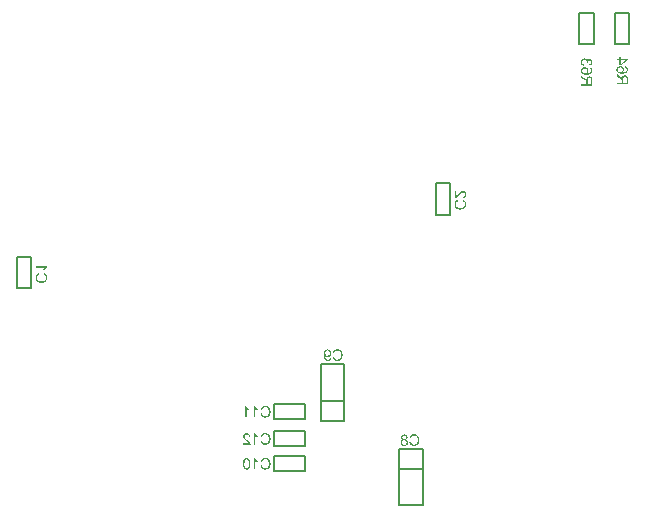
<source format=gbo>
G04*
G04 #@! TF.GenerationSoftware,Altium Limited,Altium Designer,19.1.9 (167)*
G04*
G04 Layer_Color=32896*
%FSLAX42Y42*%
%MOMM*%
G71*
G01*
G75*
%ADD13C,0.20*%
G36*
X5854Y7866D02*
X5916D01*
Y7857D01*
X5854Y7813D01*
X5843D01*
Y7855D01*
X5820D01*
Y7866D01*
X5843D01*
Y7879D01*
X5854D01*
Y7866D01*
D02*
G37*
G36*
X5854Y7805D02*
X5856Y7805D01*
X5858Y7804D01*
X5861Y7804D01*
X5862Y7803D01*
X5864Y7802D01*
X5866Y7802D01*
X5868Y7801D01*
X5869Y7800D01*
X5870Y7799D01*
X5871Y7799D01*
X5872Y7798D01*
X5873Y7797D01*
X5873Y7797D01*
X5874Y7797D01*
X5874Y7797D01*
X5875Y7795D01*
X5877Y7793D01*
X5878Y7792D01*
X5879Y7790D01*
X5880Y7788D01*
X5880Y7787D01*
X5881Y7785D01*
X5881Y7784D01*
X5882Y7782D01*
X5882Y7781D01*
X5882Y7780D01*
X5882Y7779D01*
Y7778D01*
X5882Y7777D01*
Y7777D01*
X5882Y7774D01*
X5882Y7772D01*
X5881Y7769D01*
X5881Y7767D01*
X5880Y7766D01*
X5880Y7765D01*
X5880Y7765D01*
X5879Y7764D01*
X5879Y7764D01*
X5879Y7764D01*
Y7764D01*
X5878Y7761D01*
X5876Y7759D01*
X5875Y7758D01*
X5873Y7756D01*
X5872Y7755D01*
X5871Y7754D01*
X5870Y7754D01*
X5870Y7753D01*
X5870Y7753D01*
X5872Y7753D01*
X5875Y7753D01*
X5877Y7754D01*
X5879Y7754D01*
X5881Y7754D01*
X5883Y7754D01*
X5885Y7755D01*
X5886Y7755D01*
X5887Y7755D01*
X5888Y7755D01*
X5889Y7756D01*
X5890Y7756D01*
X5891Y7756D01*
X5891Y7756D01*
X5892Y7757D01*
X5892D01*
X5894Y7758D01*
X5897Y7759D01*
X5899Y7761D01*
X5901Y7762D01*
X5902Y7763D01*
X5903Y7764D01*
X5903Y7765D01*
X5903Y7765D01*
X5904Y7765D01*
Y7765D01*
X5905Y7767D01*
X5905Y7769D01*
X5906Y7770D01*
X5906Y7772D01*
X5907Y7773D01*
X5907Y7774D01*
Y7775D01*
X5907Y7777D01*
X5907Y7778D01*
X5906Y7780D01*
X5905Y7782D01*
X5904Y7784D01*
X5903Y7785D01*
X5902Y7786D01*
X5902Y7787D01*
X5902Y7787D01*
X5902Y7787D01*
X5902Y7787D01*
X5900Y7788D01*
X5899Y7789D01*
X5897Y7790D01*
X5895Y7790D01*
X5894Y7791D01*
X5893Y7791D01*
X5892Y7791D01*
X5892Y7792D01*
X5892Y7792D01*
X5892D01*
X5892Y7803D01*
X5895Y7803D01*
X5896Y7803D01*
X5898Y7802D01*
X5900Y7801D01*
X5901Y7801D01*
X5903Y7800D01*
X5904Y7799D01*
X5905Y7799D01*
X5906Y7798D01*
X5907Y7797D01*
X5908Y7796D01*
X5909Y7796D01*
X5909Y7795D01*
X5910Y7795D01*
X5910Y7795D01*
X5910Y7795D01*
X5911Y7793D01*
X5912Y7792D01*
X5913Y7790D01*
X5914Y7789D01*
X5914Y7787D01*
X5915Y7786D01*
X5916Y7783D01*
X5916Y7781D01*
X5916Y7780D01*
X5916Y7779D01*
X5916Y7778D01*
X5916Y7777D01*
Y7776D01*
X5916Y7773D01*
X5916Y7771D01*
X5915Y7768D01*
X5915Y7766D01*
X5914Y7764D01*
X5913Y7762D01*
X5912Y7760D01*
X5911Y7758D01*
X5910Y7757D01*
X5909Y7755D01*
X5908Y7754D01*
X5907Y7753D01*
X5906Y7753D01*
X5906Y7752D01*
X5905Y7752D01*
X5905Y7752D01*
X5903Y7750D01*
X5900Y7748D01*
X5897Y7747D01*
X5894Y7746D01*
X5890Y7745D01*
X5887Y7744D01*
X5884Y7743D01*
X5880Y7743D01*
X5877Y7742D01*
X5874Y7742D01*
X5872Y7742D01*
X5869Y7742D01*
X5868Y7742D01*
X5868D01*
X5867Y7741D01*
X5866D01*
X5866D01*
X5865D01*
X5865D01*
X5865D01*
X5860Y7742D01*
X5856Y7742D01*
X5852Y7742D01*
X5849Y7743D01*
X5846Y7744D01*
X5843Y7744D01*
X5840Y7745D01*
X5838Y7746D01*
X5836Y7747D01*
X5834Y7748D01*
X5832Y7749D01*
X5831Y7749D01*
X5830Y7750D01*
X5830Y7750D01*
X5829Y7751D01*
X5829Y7751D01*
X5827Y7752D01*
X5826Y7754D01*
X5824Y7756D01*
X5823Y7758D01*
X5822Y7760D01*
X5821Y7762D01*
X5820Y7764D01*
X5820Y7766D01*
X5819Y7768D01*
X5819Y7770D01*
X5819Y7771D01*
X5819Y7772D01*
X5819Y7773D01*
X5818Y7774D01*
Y7775D01*
X5819Y7778D01*
X5819Y7781D01*
X5820Y7784D01*
X5821Y7786D01*
X5821Y7787D01*
X5821Y7788D01*
X5822Y7788D01*
X5822Y7789D01*
X5822Y7790D01*
X5822Y7790D01*
X5822Y7790D01*
Y7790D01*
X5824Y7793D01*
X5826Y7795D01*
X5828Y7797D01*
X5830Y7798D01*
X5832Y7799D01*
X5832Y7800D01*
X5833Y7800D01*
X5834Y7801D01*
X5834Y7801D01*
X5834Y7801D01*
X5834D01*
X5837Y7802D01*
X5840Y7803D01*
X5843Y7804D01*
X5846Y7804D01*
X5847Y7805D01*
X5848Y7805D01*
X5849Y7805D01*
X5850D01*
X5850Y7805D01*
X5851D01*
X5851D01*
X5851D01*
X5854Y7805D01*
D02*
G37*
G36*
X5846Y7718D02*
X5849Y7716D01*
X5851Y7714D01*
X5854Y7712D01*
X5855Y7711D01*
X5857Y7709D01*
X5857Y7709D01*
X5858Y7708D01*
X5858Y7708D01*
X5859Y7708D01*
X5859Y7707D01*
X5859Y7707D01*
X5860Y7706D01*
X5861Y7705D01*
X5861Y7704D01*
X5862Y7703D01*
X5863Y7701D01*
X5863Y7701D01*
X5864Y7700D01*
X5864Y7700D01*
Y7700D01*
X5864Y7702D01*
X5865Y7705D01*
X5865Y7707D01*
X5866Y7709D01*
X5867Y7711D01*
X5867Y7712D01*
X5868Y7714D01*
X5869Y7715D01*
X5870Y7716D01*
X5870Y7717D01*
X5871Y7718D01*
X5871Y7719D01*
X5872Y7719D01*
X5872Y7720D01*
X5872Y7720D01*
X5873Y7720D01*
X5874Y7721D01*
X5875Y7722D01*
X5877Y7723D01*
X5878Y7724D01*
X5880Y7725D01*
X5881Y7725D01*
X5884Y7726D01*
X5885Y7726D01*
X5886Y7727D01*
X5887Y7727D01*
X5888Y7727D01*
X5889Y7727D01*
X5889D01*
X5890D01*
X5890D01*
X5893Y7727D01*
X5896Y7726D01*
X5898Y7726D01*
X5900Y7725D01*
X5901Y7724D01*
X5902Y7724D01*
X5903Y7724D01*
X5903Y7723D01*
X5904Y7723D01*
X5904Y7723D01*
X5904Y7723D01*
X5904D01*
X5907Y7721D01*
X5909Y7719D01*
X5910Y7718D01*
X5911Y7716D01*
X5912Y7714D01*
X5913Y7713D01*
X5913Y7713D01*
X5913Y7712D01*
X5914Y7712D01*
Y7712D01*
X5914Y7711D01*
X5914Y7709D01*
X5915Y7706D01*
X5915Y7703D01*
X5916Y7700D01*
X5916Y7698D01*
X5916Y7697D01*
Y7696D01*
X5916Y7695D01*
Y7650D01*
X5820D01*
Y7663D01*
X5863D01*
Y7679D01*
X5863Y7681D01*
X5862Y7682D01*
Y7683D01*
X5862Y7684D01*
X5862Y7684D01*
X5862Y7684D01*
Y7684D01*
X5862Y7686D01*
X5861Y7687D01*
X5861Y7688D01*
X5861Y7689D01*
X5860Y7689D01*
X5860Y7690D01*
X5860Y7690D01*
X5860Y7690D01*
X5859Y7691D01*
X5858Y7692D01*
X5857Y7694D01*
X5856Y7695D01*
X5855Y7696D01*
X5854Y7696D01*
X5853Y7697D01*
X5853Y7697D01*
X5853D01*
X5851Y7698D01*
X5849Y7700D01*
X5847Y7701D01*
X5845Y7703D01*
X5843Y7704D01*
X5842Y7705D01*
X5841Y7705D01*
X5841Y7705D01*
X5840Y7706D01*
X5840Y7706D01*
X5840Y7706D01*
X5820Y7719D01*
Y7735D01*
X5846Y7718D01*
D02*
G37*
G36*
X5552Y7869D02*
X5555Y7869D01*
X5557Y7868D01*
X5558Y7868D01*
X5559Y7867D01*
X5561Y7867D01*
X5561Y7866D01*
X5562Y7866D01*
X5563Y7866D01*
X5563Y7865D01*
X5563Y7865D01*
X5564Y7865D01*
X5564Y7865D01*
X5566Y7863D01*
X5568Y7861D01*
X5569Y7859D01*
X5570Y7857D01*
X5571Y7855D01*
X5571Y7854D01*
X5572Y7853D01*
X5572Y7852D01*
X5572Y7852D01*
X5572Y7852D01*
Y7852D01*
X5573Y7854D01*
X5574Y7856D01*
X5576Y7858D01*
X5577Y7859D01*
X5578Y7860D01*
X5579Y7861D01*
X5580Y7861D01*
X5580Y7862D01*
X5580D01*
X5582Y7863D01*
X5584Y7863D01*
X5586Y7864D01*
X5588Y7865D01*
X5589Y7865D01*
X5590Y7865D01*
X5591D01*
X5591D01*
X5591D01*
X5591D01*
X5594Y7865D01*
X5596Y7864D01*
X5598Y7864D01*
X5600Y7863D01*
X5602Y7863D01*
X5602Y7862D01*
X5603Y7862D01*
X5603Y7862D01*
X5604Y7862D01*
X5604Y7861D01*
X5604D01*
X5606Y7860D01*
X5608Y7858D01*
X5609Y7857D01*
X5611Y7855D01*
X5612Y7853D01*
X5612Y7852D01*
X5613Y7852D01*
X5613Y7852D01*
X5613Y7851D01*
Y7851D01*
X5614Y7849D01*
X5615Y7846D01*
X5616Y7844D01*
X5616Y7842D01*
X5616Y7840D01*
X5616Y7839D01*
X5616Y7838D01*
Y7837D01*
X5616Y7835D01*
X5616Y7833D01*
X5616Y7831D01*
X5615Y7829D01*
X5615Y7827D01*
X5614Y7826D01*
X5614Y7824D01*
X5613Y7823D01*
X5613Y7822D01*
X5612Y7821D01*
X5611Y7820D01*
X5611Y7819D01*
X5610Y7818D01*
X5610Y7818D01*
X5610Y7818D01*
X5610Y7818D01*
X5609Y7816D01*
X5607Y7815D01*
X5606Y7814D01*
X5604Y7813D01*
X5603Y7812D01*
X5601Y7811D01*
X5598Y7810D01*
X5597Y7809D01*
X5596Y7809D01*
X5594Y7809D01*
X5594Y7808D01*
X5593Y7808D01*
X5592Y7808D01*
X5592Y7808D01*
X5592D01*
X5589Y7820D01*
X5592Y7820D01*
X5595Y7821D01*
X5597Y7822D01*
X5599Y7823D01*
X5601Y7824D01*
X5602Y7825D01*
X5602Y7825D01*
X5602Y7825D01*
X5604Y7827D01*
X5605Y7829D01*
X5606Y7831D01*
X5606Y7833D01*
X5607Y7835D01*
X5607Y7835D01*
Y7836D01*
X5607Y7836D01*
Y7837D01*
X5607Y7840D01*
X5606Y7842D01*
X5605Y7844D01*
X5605Y7845D01*
X5604Y7847D01*
X5603Y7848D01*
X5603Y7848D01*
X5602Y7848D01*
X5602Y7849D01*
X5601Y7850D01*
X5599Y7851D01*
X5597Y7852D01*
X5596Y7852D01*
X5594Y7853D01*
X5593Y7853D01*
X5592Y7853D01*
X5592D01*
X5592D01*
X5592D01*
X5590Y7853D01*
X5589Y7853D01*
X5587Y7852D01*
X5586Y7852D01*
X5584Y7851D01*
X5583Y7850D01*
X5581Y7849D01*
X5580Y7848D01*
X5580Y7847D01*
X5580Y7847D01*
X5580Y7847D01*
Y7847D01*
X5578Y7844D01*
X5577Y7842D01*
X5577Y7840D01*
X5576Y7838D01*
X5576Y7836D01*
X5576Y7835D01*
Y7834D01*
X5576Y7834D01*
Y7833D01*
X5576Y7832D01*
X5576Y7831D01*
Y7831D01*
X5566Y7830D01*
X5566Y7832D01*
X5566Y7833D01*
X5566Y7835D01*
X5567Y7836D01*
Y7837D01*
X5567Y7838D01*
Y7838D01*
X5567Y7840D01*
X5567Y7841D01*
X5566Y7844D01*
X5565Y7846D01*
X5564Y7848D01*
X5563Y7850D01*
X5563Y7850D01*
X5562Y7851D01*
X5562Y7851D01*
X5562Y7852D01*
X5562Y7852D01*
X5561Y7852D01*
X5560Y7853D01*
X5559Y7853D01*
X5558Y7854D01*
X5557Y7855D01*
X5555Y7856D01*
X5553Y7857D01*
X5551Y7857D01*
X5550Y7857D01*
X5549Y7857D01*
X5549Y7857D01*
X5548D01*
X5548D01*
X5548D01*
X5547Y7857D01*
X5545Y7857D01*
X5542Y7856D01*
X5540Y7855D01*
X5538Y7854D01*
X5537Y7854D01*
X5536Y7853D01*
X5535Y7853D01*
X5535Y7852D01*
X5534Y7852D01*
X5534Y7852D01*
X5534Y7852D01*
X5534Y7851D01*
X5533Y7850D01*
X5532Y7849D01*
X5531Y7848D01*
X5531Y7847D01*
X5529Y7844D01*
X5529Y7842D01*
X5528Y7840D01*
X5528Y7839D01*
X5528Y7839D01*
X5528Y7838D01*
Y7837D01*
X5528Y7835D01*
X5529Y7832D01*
X5529Y7830D01*
X5530Y7829D01*
X5531Y7827D01*
X5532Y7826D01*
X5532Y7826D01*
X5532Y7825D01*
X5532Y7825D01*
Y7825D01*
X5533Y7824D01*
X5534Y7824D01*
X5537Y7822D01*
X5539Y7821D01*
X5541Y7820D01*
X5544Y7819D01*
X5544Y7819D01*
X5545Y7819D01*
X5546Y7819D01*
X5547Y7819D01*
X5547Y7818D01*
X5547D01*
X5545Y7807D01*
X5543Y7807D01*
X5541Y7807D01*
X5539Y7808D01*
X5537Y7809D01*
X5536Y7809D01*
X5534Y7810D01*
X5532Y7811D01*
X5531Y7812D01*
X5530Y7813D01*
X5529Y7813D01*
X5528Y7814D01*
X5527Y7815D01*
X5527Y7815D01*
X5526Y7816D01*
X5526Y7816D01*
X5526Y7816D01*
X5524Y7818D01*
X5523Y7820D01*
X5522Y7821D01*
X5521Y7823D01*
X5521Y7825D01*
X5520Y7827D01*
X5520Y7828D01*
X5519Y7830D01*
X5519Y7831D01*
X5519Y7833D01*
X5519Y7834D01*
X5518Y7835D01*
Y7836D01*
X5518Y7837D01*
Y7837D01*
X5518Y7840D01*
X5519Y7842D01*
X5519Y7845D01*
X5520Y7847D01*
X5520Y7849D01*
X5521Y7851D01*
X5522Y7852D01*
X5523Y7854D01*
X5523Y7855D01*
X5524Y7857D01*
X5525Y7858D01*
X5526Y7859D01*
X5526Y7859D01*
X5527Y7860D01*
X5527Y7860D01*
X5527Y7860D01*
X5529Y7862D01*
X5530Y7863D01*
X5532Y7865D01*
X5534Y7866D01*
X5536Y7867D01*
X5538Y7867D01*
X5539Y7868D01*
X5541Y7868D01*
X5542Y7869D01*
X5544Y7869D01*
X5545Y7869D01*
X5546Y7870D01*
X5547D01*
X5548Y7870D01*
X5548D01*
X5548D01*
X5550D01*
X5552Y7869D01*
D02*
G37*
G36*
X5554Y7795D02*
X5556Y7795D01*
X5558Y7794D01*
X5561Y7794D01*
X5562Y7793D01*
X5564Y7792D01*
X5566Y7792D01*
X5568Y7791D01*
X5569Y7790D01*
X5570Y7789D01*
X5571Y7789D01*
X5572Y7788D01*
X5573Y7787D01*
X5573Y7787D01*
X5574Y7787D01*
X5574Y7787D01*
X5575Y7785D01*
X5577Y7783D01*
X5578Y7782D01*
X5579Y7780D01*
X5580Y7778D01*
X5580Y7777D01*
X5581Y7775D01*
X5581Y7774D01*
X5582Y7772D01*
X5582Y7771D01*
X5582Y7770D01*
X5582Y7769D01*
Y7768D01*
X5582Y7767D01*
Y7767D01*
X5582Y7764D01*
X5582Y7762D01*
X5581Y7759D01*
X5581Y7757D01*
X5580Y7756D01*
X5580Y7755D01*
X5580Y7755D01*
X5579Y7754D01*
X5579Y7754D01*
X5579Y7754D01*
Y7754D01*
X5578Y7751D01*
X5576Y7749D01*
X5575Y7748D01*
X5573Y7746D01*
X5572Y7745D01*
X5571Y7744D01*
X5570Y7744D01*
X5570Y7743D01*
X5570Y7743D01*
X5572Y7743D01*
X5575Y7743D01*
X5577Y7744D01*
X5579Y7744D01*
X5581Y7744D01*
X5583Y7744D01*
X5585Y7745D01*
X5586Y7745D01*
X5587Y7745D01*
X5588Y7745D01*
X5589Y7746D01*
X5590Y7746D01*
X5591Y7746D01*
X5591Y7746D01*
X5592Y7747D01*
X5592D01*
X5594Y7748D01*
X5597Y7749D01*
X5599Y7751D01*
X5601Y7752D01*
X5602Y7753D01*
X5603Y7754D01*
X5603Y7755D01*
X5603Y7755D01*
X5604Y7755D01*
Y7755D01*
X5605Y7757D01*
X5605Y7759D01*
X5606Y7760D01*
X5606Y7762D01*
X5607Y7763D01*
X5607Y7764D01*
Y7765D01*
X5607Y7767D01*
X5607Y7768D01*
X5606Y7770D01*
X5605Y7772D01*
X5604Y7774D01*
X5603Y7775D01*
X5602Y7776D01*
X5602Y7777D01*
X5602Y7777D01*
X5602Y7777D01*
X5602Y7777D01*
X5600Y7778D01*
X5599Y7779D01*
X5597Y7780D01*
X5595Y7780D01*
X5594Y7781D01*
X5593Y7781D01*
X5592Y7781D01*
X5592Y7782D01*
X5592Y7782D01*
X5592D01*
X5592Y7793D01*
X5595Y7793D01*
X5596Y7793D01*
X5598Y7792D01*
X5600Y7791D01*
X5601Y7791D01*
X5603Y7790D01*
X5604Y7789D01*
X5605Y7789D01*
X5606Y7788D01*
X5607Y7787D01*
X5608Y7786D01*
X5609Y7786D01*
X5609Y7785D01*
X5610Y7785D01*
X5610Y7785D01*
X5610Y7785D01*
X5611Y7783D01*
X5612Y7782D01*
X5613Y7780D01*
X5614Y7779D01*
X5614Y7777D01*
X5615Y7776D01*
X5616Y7773D01*
X5616Y7771D01*
X5616Y7770D01*
X5616Y7769D01*
X5616Y7768D01*
X5616Y7767D01*
Y7766D01*
X5616Y7763D01*
X5616Y7761D01*
X5615Y7758D01*
X5615Y7756D01*
X5614Y7754D01*
X5613Y7752D01*
X5612Y7750D01*
X5611Y7748D01*
X5610Y7747D01*
X5609Y7745D01*
X5608Y7744D01*
X5607Y7743D01*
X5606Y7743D01*
X5606Y7742D01*
X5605Y7742D01*
X5605Y7742D01*
X5603Y7740D01*
X5600Y7738D01*
X5597Y7737D01*
X5594Y7736D01*
X5590Y7735D01*
X5587Y7734D01*
X5584Y7733D01*
X5580Y7733D01*
X5577Y7732D01*
X5574Y7732D01*
X5572Y7732D01*
X5569Y7732D01*
X5568Y7732D01*
X5568D01*
X5567Y7731D01*
X5566D01*
X5566D01*
X5565D01*
X5565D01*
X5565D01*
X5560Y7732D01*
X5556Y7732D01*
X5552Y7732D01*
X5549Y7733D01*
X5546Y7734D01*
X5543Y7734D01*
X5540Y7735D01*
X5538Y7736D01*
X5536Y7737D01*
X5534Y7738D01*
X5532Y7739D01*
X5531Y7739D01*
X5530Y7740D01*
X5530Y7740D01*
X5529Y7741D01*
X5529Y7741D01*
X5527Y7742D01*
X5526Y7744D01*
X5524Y7746D01*
X5523Y7748D01*
X5522Y7750D01*
X5521Y7752D01*
X5520Y7754D01*
X5520Y7756D01*
X5519Y7758D01*
X5519Y7760D01*
X5519Y7761D01*
X5519Y7762D01*
X5519Y7763D01*
X5518Y7764D01*
Y7765D01*
X5519Y7768D01*
X5519Y7771D01*
X5520Y7774D01*
X5521Y7776D01*
X5521Y7777D01*
X5521Y7778D01*
X5522Y7778D01*
X5522Y7779D01*
X5522Y7780D01*
X5522Y7780D01*
X5522Y7780D01*
Y7780D01*
X5524Y7783D01*
X5526Y7785D01*
X5528Y7787D01*
X5530Y7788D01*
X5532Y7789D01*
X5532Y7790D01*
X5533Y7790D01*
X5534Y7791D01*
X5534Y7791D01*
X5534Y7791D01*
X5534D01*
X5537Y7792D01*
X5540Y7793D01*
X5543Y7794D01*
X5546Y7794D01*
X5547Y7795D01*
X5548Y7795D01*
X5549Y7795D01*
X5550D01*
X5550Y7795D01*
X5551D01*
X5551D01*
X5551D01*
X5554Y7795D01*
D02*
G37*
G36*
X5546Y7708D02*
X5549Y7706D01*
X5551Y7704D01*
X5554Y7702D01*
X5555Y7701D01*
X5557Y7699D01*
X5557Y7699D01*
X5558Y7698D01*
X5558Y7698D01*
X5559Y7698D01*
X5559Y7697D01*
X5559Y7697D01*
X5560Y7696D01*
X5561Y7695D01*
X5561Y7694D01*
X5562Y7693D01*
X5563Y7691D01*
X5563Y7691D01*
X5564Y7690D01*
X5564Y7690D01*
Y7690D01*
X5564Y7692D01*
X5565Y7695D01*
X5565Y7697D01*
X5566Y7699D01*
X5567Y7701D01*
X5567Y7702D01*
X5568Y7704D01*
X5569Y7705D01*
X5570Y7706D01*
X5570Y7707D01*
X5571Y7708D01*
X5571Y7709D01*
X5572Y7709D01*
X5572Y7710D01*
X5572Y7710D01*
X5573Y7710D01*
X5574Y7711D01*
X5575Y7712D01*
X5577Y7713D01*
X5578Y7714D01*
X5580Y7715D01*
X5581Y7715D01*
X5584Y7716D01*
X5585Y7716D01*
X5586Y7717D01*
X5587Y7717D01*
X5588Y7717D01*
X5589Y7717D01*
X5589D01*
X5590D01*
X5590D01*
X5593Y7717D01*
X5596Y7716D01*
X5598Y7716D01*
X5600Y7715D01*
X5601Y7714D01*
X5602Y7714D01*
X5603Y7714D01*
X5603Y7713D01*
X5604Y7713D01*
X5604Y7713D01*
X5604Y7713D01*
X5604D01*
X5607Y7711D01*
X5609Y7709D01*
X5610Y7708D01*
X5611Y7706D01*
X5612Y7704D01*
X5613Y7703D01*
X5613Y7703D01*
X5613Y7702D01*
X5614Y7702D01*
Y7702D01*
X5614Y7701D01*
X5614Y7699D01*
X5615Y7696D01*
X5615Y7693D01*
X5616Y7690D01*
X5616Y7688D01*
X5616Y7687D01*
Y7686D01*
X5616Y7685D01*
Y7640D01*
X5520D01*
Y7653D01*
X5563D01*
Y7669D01*
X5563Y7671D01*
X5562Y7672D01*
Y7673D01*
X5562Y7674D01*
X5562Y7674D01*
X5562Y7674D01*
Y7674D01*
X5562Y7676D01*
X5561Y7677D01*
X5561Y7678D01*
X5561Y7679D01*
X5560Y7679D01*
X5560Y7680D01*
X5560Y7680D01*
X5560Y7680D01*
X5559Y7681D01*
X5558Y7682D01*
X5557Y7684D01*
X5556Y7685D01*
X5555Y7686D01*
X5554Y7686D01*
X5553Y7687D01*
X5553Y7687D01*
X5553D01*
X5551Y7688D01*
X5549Y7690D01*
X5547Y7691D01*
X5545Y7693D01*
X5543Y7694D01*
X5542Y7695D01*
X5541Y7695D01*
X5541Y7695D01*
X5540Y7696D01*
X5540Y7696D01*
X5540Y7696D01*
X5520Y7709D01*
Y7725D01*
X5546Y7708D01*
D02*
G37*
G36*
X2690Y4696D02*
X2693Y4696D01*
X2695Y4696D01*
X2697Y4695D01*
X2699Y4695D01*
X2701Y4694D01*
X2702Y4694D01*
X2704Y4693D01*
X2705Y4692D01*
X2706Y4692D01*
X2707Y4691D01*
X2708Y4690D01*
X2709Y4690D01*
X2709Y4690D01*
X2709Y4689D01*
X2710Y4689D01*
X2711Y4688D01*
X2712Y4686D01*
X2713Y4685D01*
X2714Y4683D01*
X2715Y4681D01*
X2716Y4680D01*
X2717Y4678D01*
X2717Y4676D01*
X2718Y4675D01*
X2718Y4673D01*
X2718Y4672D01*
X2719Y4671D01*
X2719Y4670D01*
X2719Y4669D01*
X2719Y4669D01*
Y4669D01*
X2707Y4667D01*
X2707Y4669D01*
X2707Y4671D01*
X2706Y4673D01*
X2705Y4676D01*
X2705Y4677D01*
X2704Y4678D01*
X2704Y4679D01*
X2703Y4679D01*
X2703Y4680D01*
X2703Y4681D01*
X2702Y4681D01*
X2702Y4681D01*
X2702Y4681D01*
X2702Y4681D01*
X2701Y4682D01*
X2700Y4683D01*
X2698Y4684D01*
X2697Y4684D01*
X2695Y4685D01*
X2693Y4686D01*
X2691Y4686D01*
X2690Y4687D01*
X2689D01*
X2689Y4687D01*
X2687D01*
X2685Y4686D01*
X2682Y4686D01*
X2680Y4685D01*
X2678Y4684D01*
X2677Y4683D01*
X2676Y4683D01*
X2676Y4682D01*
X2675Y4682D01*
X2675Y4682D01*
X2675Y4682D01*
X2675Y4682D01*
X2674Y4681D01*
X2673Y4680D01*
X2672Y4679D01*
X2672Y4678D01*
X2671Y4676D01*
X2670Y4674D01*
X2670Y4672D01*
X2670Y4672D01*
Y4671D01*
X2670Y4671D01*
Y4670D01*
Y4670D01*
Y4670D01*
X2670Y4669D01*
X2670Y4667D01*
X2670Y4665D01*
X2671Y4663D01*
X2672Y4660D01*
X2673Y4659D01*
X2674Y4658D01*
X2674Y4657D01*
X2675Y4657D01*
X2675Y4656D01*
X2675Y4656D01*
X2675Y4656D01*
X2676Y4654D01*
X2678Y4653D01*
X2679Y4651D01*
X2681Y4649D01*
X2684Y4646D01*
X2688Y4643D01*
X2690Y4641D01*
X2691Y4640D01*
X2693Y4639D01*
X2694Y4638D01*
X2695Y4637D01*
X2696Y4636D01*
X2696Y4636D01*
X2697Y4635D01*
X2698Y4634D01*
X2700Y4632D01*
X2702Y4631D01*
X2703Y4630D01*
X2705Y4628D01*
X2706Y4627D01*
X2707Y4626D01*
X2708Y4625D01*
X2709Y4624D01*
X2710Y4623D01*
X2710Y4623D01*
X2711Y4622D01*
X2712Y4622D01*
X2712Y4621D01*
X2712Y4621D01*
X2712Y4621D01*
X2714Y4619D01*
X2715Y4616D01*
X2717Y4614D01*
X2718Y4612D01*
X2719Y4611D01*
X2719Y4610D01*
X2719Y4609D01*
X2720Y4609D01*
X2720Y4608D01*
X2720Y4608D01*
Y4608D01*
X2720Y4607D01*
X2721Y4605D01*
X2721Y4604D01*
X2721Y4603D01*
X2721Y4602D01*
Y4601D01*
Y4600D01*
Y4600D01*
X2657D01*
Y4611D01*
X2705D01*
X2703Y4614D01*
X2702Y4615D01*
X2702Y4616D01*
X2701Y4616D01*
X2700Y4617D01*
X2700Y4617D01*
X2700Y4618D01*
X2699Y4618D01*
X2698Y4619D01*
X2697Y4620D01*
X2696Y4621D01*
X2694Y4623D01*
X2692Y4625D01*
X2690Y4627D01*
X2689Y4628D01*
X2688Y4628D01*
X2687Y4629D01*
X2687Y4629D01*
X2686Y4630D01*
X2686Y4630D01*
X2684Y4632D01*
X2682Y4634D01*
X2680Y4635D01*
X2678Y4637D01*
X2676Y4638D01*
X2675Y4640D01*
X2673Y4641D01*
X2672Y4642D01*
X2671Y4643D01*
X2670Y4644D01*
X2670Y4645D01*
X2669Y4646D01*
X2668Y4646D01*
X2668Y4646D01*
X2668Y4647D01*
X2668Y4647D01*
X2666Y4649D01*
X2664Y4651D01*
X2663Y4653D01*
X2662Y4655D01*
X2661Y4656D01*
X2660Y4657D01*
X2660Y4658D01*
X2660Y4658D01*
X2660Y4658D01*
Y4658D01*
X2659Y4660D01*
X2659Y4662D01*
X2658Y4664D01*
X2658Y4666D01*
X2658Y4668D01*
X2658Y4669D01*
Y4669D01*
Y4669D01*
Y4670D01*
Y4670D01*
X2658Y4672D01*
X2658Y4674D01*
X2658Y4676D01*
X2659Y4677D01*
X2659Y4679D01*
X2660Y4681D01*
X2661Y4682D01*
X2662Y4683D01*
X2662Y4685D01*
X2663Y4686D01*
X2664Y4687D01*
X2664Y4687D01*
X2665Y4688D01*
X2665Y4688D01*
X2666Y4689D01*
X2666Y4689D01*
X2667Y4690D01*
X2669Y4691D01*
X2671Y4692D01*
X2673Y4693D01*
X2674Y4694D01*
X2676Y4695D01*
X2678Y4695D01*
X2680Y4695D01*
X2681Y4696D01*
X2683Y4696D01*
X2684Y4696D01*
X2685Y4696D01*
X2686Y4696D01*
X2688D01*
X2690Y4696D01*
D02*
G37*
G36*
X2759Y4694D02*
X2760Y4692D01*
X2762Y4690D01*
X2764Y4688D01*
X2765Y4686D01*
X2766Y4685D01*
X2767Y4685D01*
X2767Y4684D01*
X2768Y4684D01*
X2768Y4684D01*
X2768Y4684D01*
X2771Y4681D01*
X2774Y4679D01*
X2777Y4677D01*
X2779Y4675D01*
X2780Y4675D01*
X2782Y4674D01*
X2783Y4674D01*
X2783Y4673D01*
X2784Y4673D01*
X2785Y4672D01*
X2785Y4672D01*
X2785Y4672D01*
Y4661D01*
X2783Y4662D01*
X2781Y4663D01*
X2779Y4664D01*
X2777Y4665D01*
X2775Y4666D01*
X2775Y4666D01*
X2774Y4666D01*
X2773Y4667D01*
X2773Y4667D01*
X2773Y4667D01*
X2773D01*
X2770Y4669D01*
X2768Y4670D01*
X2766Y4671D01*
X2765Y4673D01*
X2763Y4674D01*
X2762Y4674D01*
X2762Y4675D01*
X2761Y4675D01*
Y4600D01*
X2750D01*
Y4696D01*
X2757D01*
X2759Y4694D01*
D02*
G37*
G36*
X2847Y4698D02*
X2849Y4698D01*
X2854Y4697D01*
X2856Y4696D01*
X2858Y4696D01*
X2859Y4695D01*
X2861Y4695D01*
X2863Y4694D01*
X2864Y4694D01*
X2865Y4693D01*
X2866Y4693D01*
X2867Y4692D01*
X2868Y4692D01*
X2868Y4692D01*
X2868Y4692D01*
X2870Y4691D01*
X2872Y4690D01*
X2873Y4688D01*
X2875Y4687D01*
X2876Y4685D01*
X2878Y4684D01*
X2879Y4683D01*
X2880Y4681D01*
X2881Y4680D01*
X2882Y4679D01*
X2883Y4678D01*
X2883Y4677D01*
X2884Y4676D01*
X2884Y4676D01*
X2884Y4675D01*
X2884Y4675D01*
X2885Y4673D01*
X2886Y4671D01*
X2887Y4668D01*
X2888Y4666D01*
X2889Y4662D01*
X2889Y4660D01*
X2889Y4658D01*
X2889Y4656D01*
X2890Y4654D01*
X2890Y4653D01*
X2890Y4651D01*
X2890Y4650D01*
Y4649D01*
Y4649D01*
Y4649D01*
X2890Y4646D01*
X2890Y4644D01*
X2889Y4639D01*
X2889Y4637D01*
X2888Y4635D01*
X2888Y4633D01*
X2888Y4631D01*
X2887Y4629D01*
X2887Y4627D01*
X2886Y4626D01*
X2886Y4625D01*
X2885Y4624D01*
X2885Y4624D01*
X2885Y4623D01*
X2885Y4623D01*
X2884Y4621D01*
X2883Y4619D01*
X2882Y4617D01*
X2881Y4615D01*
X2879Y4613D01*
X2878Y4612D01*
X2877Y4611D01*
X2876Y4609D01*
X2875Y4608D01*
X2874Y4607D01*
X2873Y4607D01*
X2872Y4606D01*
X2871Y4605D01*
X2871Y4605D01*
X2870Y4605D01*
X2870Y4605D01*
X2868Y4604D01*
X2866Y4603D01*
X2864Y4602D01*
X2862Y4601D01*
X2860Y4601D01*
X2858Y4600D01*
X2856Y4600D01*
X2854Y4599D01*
X2852Y4599D01*
X2850Y4599D01*
X2849Y4599D01*
X2848Y4599D01*
X2846Y4598D01*
X2845D01*
X2842Y4599D01*
X2839Y4599D01*
X2837Y4599D01*
X2835Y4600D01*
X2832Y4600D01*
X2830Y4601D01*
X2828Y4602D01*
X2827Y4602D01*
X2825Y4603D01*
X2824Y4604D01*
X2822Y4605D01*
X2821Y4605D01*
X2821Y4606D01*
X2820Y4606D01*
X2820Y4606D01*
X2819Y4607D01*
X2818Y4608D01*
X2816Y4610D01*
X2814Y4612D01*
X2813Y4614D01*
X2811Y4616D01*
X2810Y4618D01*
X2809Y4620D01*
X2808Y4622D01*
X2808Y4623D01*
X2807Y4625D01*
X2806Y4627D01*
X2806Y4628D01*
X2805Y4629D01*
X2805Y4630D01*
X2805Y4630D01*
Y4631D01*
X2818Y4634D01*
X2818Y4632D01*
X2819Y4629D01*
X2820Y4627D01*
X2820Y4626D01*
X2821Y4624D01*
X2822Y4623D01*
X2823Y4621D01*
X2824Y4620D01*
X2825Y4619D01*
X2825Y4618D01*
X2826Y4617D01*
X2827Y4617D01*
X2827Y4616D01*
X2828Y4616D01*
X2828Y4616D01*
X2828Y4615D01*
X2829Y4614D01*
X2831Y4613D01*
X2832Y4613D01*
X2834Y4612D01*
X2835Y4611D01*
X2837Y4611D01*
X2840Y4610D01*
X2841Y4610D01*
X2842Y4610D01*
X2843Y4609D01*
X2844Y4609D01*
X2845Y4609D01*
X2846D01*
X2848Y4609D01*
X2849Y4609D01*
X2852Y4610D01*
X2855Y4611D01*
X2857Y4612D01*
X2858Y4612D01*
X2859Y4612D01*
X2860Y4613D01*
X2861Y4613D01*
X2862Y4613D01*
X2862Y4614D01*
X2862Y4614D01*
X2862D01*
X2864Y4615D01*
X2865Y4616D01*
X2867Y4618D01*
X2869Y4620D01*
X2871Y4622D01*
X2872Y4624D01*
X2872Y4625D01*
X2873Y4626D01*
X2873Y4627D01*
X2873Y4627D01*
X2873Y4627D01*
Y4627D01*
X2874Y4631D01*
X2875Y4635D01*
X2876Y4638D01*
X2876Y4640D01*
X2876Y4642D01*
X2877Y4643D01*
X2877Y4644D01*
X2877Y4646D01*
Y4647D01*
X2877Y4648D01*
Y4648D01*
Y4649D01*
Y4649D01*
X2877Y4652D01*
X2876Y4656D01*
X2876Y4659D01*
X2876Y4660D01*
X2875Y4662D01*
X2875Y4663D01*
X2875Y4664D01*
X2875Y4665D01*
X2874Y4666D01*
X2874Y4666D01*
X2874Y4667D01*
X2874Y4667D01*
Y4667D01*
X2873Y4671D01*
X2871Y4673D01*
X2869Y4676D01*
X2868Y4677D01*
X2868Y4678D01*
X2867Y4679D01*
X2866Y4679D01*
X2865Y4680D01*
X2865Y4681D01*
X2864Y4681D01*
X2864Y4681D01*
X2864Y4681D01*
X2864Y4682D01*
X2862Y4682D01*
X2861Y4683D01*
X2859Y4684D01*
X2858Y4685D01*
X2854Y4686D01*
X2851Y4686D01*
X2850Y4687D01*
X2849Y4687D01*
X2848Y4687D01*
X2847Y4687D01*
X2846Y4687D01*
X2843D01*
X2841Y4687D01*
X2838Y4686D01*
X2836Y4685D01*
X2834Y4685D01*
X2833Y4685D01*
X2832Y4684D01*
X2831Y4684D01*
X2831Y4683D01*
X2830Y4683D01*
X2830Y4683D01*
X2829Y4682D01*
X2829Y4682D01*
X2829Y4682D01*
X2828Y4681D01*
X2827Y4680D01*
X2825Y4678D01*
X2823Y4675D01*
X2822Y4673D01*
X2821Y4670D01*
X2820Y4669D01*
X2820Y4669D01*
X2819Y4668D01*
X2819Y4667D01*
X2819Y4667D01*
Y4667D01*
X2807Y4670D01*
X2808Y4672D01*
X2808Y4674D01*
X2809Y4677D01*
X2811Y4679D01*
X2812Y4681D01*
X2813Y4682D01*
X2814Y4684D01*
X2815Y4685D01*
X2816Y4686D01*
X2817Y4687D01*
X2818Y4688D01*
X2819Y4689D01*
X2819Y4690D01*
X2820Y4690D01*
X2820Y4690D01*
X2820Y4690D01*
X2822Y4692D01*
X2824Y4693D01*
X2826Y4694D01*
X2828Y4695D01*
X2830Y4695D01*
X2832Y4696D01*
X2834Y4696D01*
X2836Y4697D01*
X2838Y4697D01*
X2840Y4697D01*
X2841Y4698D01*
X2842Y4698D01*
X2843Y4698D01*
X2845D01*
X2847Y4698D01*
D02*
G37*
G36*
X2759Y4924D02*
X2760Y4922D01*
X2762Y4920D01*
X2764Y4918D01*
X2765Y4916D01*
X2766Y4915D01*
X2767Y4915D01*
X2767Y4914D01*
X2768Y4914D01*
X2768Y4914D01*
X2768Y4914D01*
X2771Y4911D01*
X2774Y4909D01*
X2777Y4907D01*
X2779Y4905D01*
X2780Y4905D01*
X2782Y4904D01*
X2783Y4904D01*
X2783Y4903D01*
X2784Y4903D01*
X2785Y4902D01*
X2785Y4902D01*
X2785Y4902D01*
Y4891D01*
X2783Y4892D01*
X2781Y4893D01*
X2779Y4894D01*
X2777Y4895D01*
X2775Y4896D01*
X2775Y4896D01*
X2774Y4896D01*
X2773Y4897D01*
X2773Y4897D01*
X2773Y4897D01*
X2773D01*
X2770Y4899D01*
X2768Y4900D01*
X2766Y4901D01*
X2765Y4903D01*
X2763Y4904D01*
X2762Y4904D01*
X2762Y4905D01*
X2761Y4905D01*
Y4830D01*
X2750D01*
Y4926D01*
X2757D01*
X2759Y4924D01*
D02*
G37*
G36*
X2684D02*
X2686Y4922D01*
X2687Y4920D01*
X2689Y4918D01*
X2691Y4916D01*
X2691Y4915D01*
X2692Y4915D01*
X2692Y4914D01*
X2693Y4914D01*
X2693Y4914D01*
X2693Y4914D01*
X2696Y4911D01*
X2699Y4909D01*
X2702Y4907D01*
X2705Y4905D01*
X2706Y4905D01*
X2707Y4904D01*
X2708Y4904D01*
X2709Y4903D01*
X2710Y4903D01*
X2710Y4902D01*
X2710Y4902D01*
X2710Y4902D01*
Y4891D01*
X2708Y4892D01*
X2706Y4893D01*
X2704Y4894D01*
X2702Y4895D01*
X2701Y4896D01*
X2700Y4896D01*
X2699Y4896D01*
X2699Y4897D01*
X2698Y4897D01*
X2698Y4897D01*
X2698D01*
X2696Y4899D01*
X2693Y4900D01*
X2691Y4901D01*
X2690Y4903D01*
X2688Y4904D01*
X2688Y4904D01*
X2687Y4905D01*
X2687Y4905D01*
Y4830D01*
X2675D01*
Y4926D01*
X2683D01*
X2684Y4924D01*
D02*
G37*
G36*
X2847Y4928D02*
X2849Y4928D01*
X2854Y4927D01*
X2856Y4926D01*
X2858Y4926D01*
X2859Y4925D01*
X2861Y4925D01*
X2863Y4924D01*
X2864Y4924D01*
X2865Y4923D01*
X2866Y4923D01*
X2867Y4922D01*
X2868Y4922D01*
X2868Y4922D01*
X2868Y4922D01*
X2870Y4921D01*
X2872Y4920D01*
X2873Y4918D01*
X2875Y4917D01*
X2876Y4915D01*
X2878Y4914D01*
X2879Y4913D01*
X2880Y4911D01*
X2881Y4910D01*
X2882Y4909D01*
X2883Y4908D01*
X2883Y4907D01*
X2884Y4906D01*
X2884Y4906D01*
X2884Y4905D01*
X2884Y4905D01*
X2885Y4903D01*
X2886Y4901D01*
X2887Y4898D01*
X2888Y4896D01*
X2889Y4892D01*
X2889Y4890D01*
X2889Y4888D01*
X2889Y4886D01*
X2890Y4884D01*
X2890Y4883D01*
X2890Y4881D01*
X2890Y4880D01*
Y4879D01*
Y4879D01*
Y4879D01*
X2890Y4876D01*
X2890Y4874D01*
X2889Y4869D01*
X2889Y4867D01*
X2888Y4865D01*
X2888Y4863D01*
X2888Y4861D01*
X2887Y4859D01*
X2887Y4857D01*
X2886Y4856D01*
X2886Y4855D01*
X2885Y4854D01*
X2885Y4854D01*
X2885Y4853D01*
X2885Y4853D01*
X2884Y4851D01*
X2883Y4849D01*
X2882Y4847D01*
X2881Y4845D01*
X2879Y4843D01*
X2878Y4842D01*
X2877Y4841D01*
X2876Y4839D01*
X2875Y4838D01*
X2874Y4837D01*
X2873Y4837D01*
X2872Y4836D01*
X2871Y4835D01*
X2871Y4835D01*
X2870Y4835D01*
X2870Y4835D01*
X2868Y4834D01*
X2866Y4833D01*
X2864Y4832D01*
X2862Y4831D01*
X2860Y4831D01*
X2858Y4830D01*
X2856Y4830D01*
X2854Y4829D01*
X2852Y4829D01*
X2850Y4829D01*
X2849Y4829D01*
X2848Y4829D01*
X2846Y4828D01*
X2845D01*
X2842Y4829D01*
X2839Y4829D01*
X2837Y4829D01*
X2835Y4830D01*
X2832Y4830D01*
X2830Y4831D01*
X2828Y4832D01*
X2827Y4832D01*
X2825Y4833D01*
X2824Y4834D01*
X2822Y4835D01*
X2821Y4835D01*
X2821Y4836D01*
X2820Y4836D01*
X2820Y4836D01*
X2819Y4837D01*
X2818Y4838D01*
X2816Y4840D01*
X2814Y4842D01*
X2813Y4844D01*
X2811Y4846D01*
X2810Y4848D01*
X2809Y4850D01*
X2808Y4852D01*
X2808Y4853D01*
X2807Y4855D01*
X2806Y4857D01*
X2806Y4858D01*
X2805Y4859D01*
X2805Y4860D01*
X2805Y4860D01*
Y4861D01*
X2818Y4864D01*
X2818Y4862D01*
X2819Y4859D01*
X2820Y4857D01*
X2820Y4856D01*
X2821Y4854D01*
X2822Y4853D01*
X2823Y4851D01*
X2824Y4850D01*
X2825Y4849D01*
X2825Y4848D01*
X2826Y4847D01*
X2827Y4847D01*
X2827Y4846D01*
X2828Y4846D01*
X2828Y4846D01*
X2828Y4845D01*
X2829Y4844D01*
X2831Y4843D01*
X2832Y4843D01*
X2834Y4842D01*
X2835Y4841D01*
X2837Y4841D01*
X2840Y4840D01*
X2841Y4840D01*
X2842Y4840D01*
X2843Y4839D01*
X2844Y4839D01*
X2845Y4839D01*
X2846D01*
X2848Y4839D01*
X2849Y4839D01*
X2852Y4840D01*
X2855Y4841D01*
X2857Y4842D01*
X2858Y4842D01*
X2859Y4842D01*
X2860Y4843D01*
X2861Y4843D01*
X2862Y4843D01*
X2862Y4844D01*
X2862Y4844D01*
X2862D01*
X2864Y4845D01*
X2865Y4846D01*
X2867Y4848D01*
X2869Y4850D01*
X2871Y4852D01*
X2872Y4854D01*
X2872Y4855D01*
X2873Y4856D01*
X2873Y4857D01*
X2873Y4857D01*
X2873Y4857D01*
Y4857D01*
X2874Y4861D01*
X2875Y4865D01*
X2876Y4868D01*
X2876Y4870D01*
X2876Y4872D01*
X2877Y4873D01*
X2877Y4874D01*
X2877Y4876D01*
Y4877D01*
X2877Y4878D01*
Y4878D01*
Y4879D01*
Y4879D01*
X2877Y4882D01*
X2876Y4886D01*
X2876Y4889D01*
X2876Y4890D01*
X2875Y4892D01*
X2875Y4893D01*
X2875Y4894D01*
X2875Y4895D01*
X2874Y4896D01*
X2874Y4896D01*
X2874Y4897D01*
X2874Y4897D01*
Y4897D01*
X2873Y4901D01*
X2871Y4903D01*
X2869Y4906D01*
X2868Y4907D01*
X2868Y4908D01*
X2867Y4909D01*
X2866Y4909D01*
X2865Y4910D01*
X2865Y4911D01*
X2864Y4911D01*
X2864Y4911D01*
X2864Y4911D01*
X2864Y4912D01*
X2862Y4912D01*
X2861Y4913D01*
X2859Y4914D01*
X2858Y4915D01*
X2854Y4916D01*
X2851Y4916D01*
X2850Y4917D01*
X2849Y4917D01*
X2848Y4917D01*
X2847Y4917D01*
X2846Y4917D01*
X2843D01*
X2841Y4917D01*
X2838Y4916D01*
X2836Y4915D01*
X2834Y4915D01*
X2833Y4915D01*
X2832Y4914D01*
X2831Y4914D01*
X2831Y4913D01*
X2830Y4913D01*
X2830Y4913D01*
X2829Y4912D01*
X2829Y4912D01*
X2829Y4912D01*
X2828Y4911D01*
X2827Y4910D01*
X2825Y4908D01*
X2823Y4905D01*
X2822Y4903D01*
X2821Y4900D01*
X2820Y4899D01*
X2820Y4899D01*
X2819Y4898D01*
X2819Y4897D01*
X2819Y4897D01*
Y4897D01*
X2807Y4900D01*
X2808Y4902D01*
X2808Y4904D01*
X2809Y4907D01*
X2811Y4909D01*
X2812Y4910D01*
X2813Y4912D01*
X2814Y4914D01*
X2815Y4915D01*
X2816Y4916D01*
X2817Y4917D01*
X2818Y4918D01*
X2819Y4919D01*
X2819Y4920D01*
X2820Y4920D01*
X2820Y4920D01*
X2820Y4920D01*
X2822Y4922D01*
X2824Y4923D01*
X2826Y4924D01*
X2828Y4925D01*
X2830Y4925D01*
X2832Y4926D01*
X2834Y4926D01*
X2836Y4927D01*
X2838Y4927D01*
X2840Y4927D01*
X2841Y4928D01*
X2842Y4928D01*
X2843Y4928D01*
X2845D01*
X2847Y4928D01*
D02*
G37*
G36*
X2759Y4484D02*
X2760Y4482D01*
X2762Y4480D01*
X2764Y4478D01*
X2765Y4476D01*
X2766Y4475D01*
X2767Y4475D01*
X2767Y4474D01*
X2768Y4474D01*
X2768Y4474D01*
X2768Y4474D01*
X2771Y4471D01*
X2774Y4469D01*
X2777Y4467D01*
X2779Y4465D01*
X2780Y4465D01*
X2782Y4464D01*
X2783Y4464D01*
X2783Y4463D01*
X2784Y4463D01*
X2785Y4462D01*
X2785Y4462D01*
X2785Y4462D01*
Y4451D01*
X2783Y4452D01*
X2781Y4453D01*
X2779Y4454D01*
X2777Y4455D01*
X2775Y4456D01*
X2775Y4456D01*
X2774Y4456D01*
X2773Y4457D01*
X2773Y4457D01*
X2773Y4457D01*
X2773D01*
X2770Y4459D01*
X2768Y4460D01*
X2766Y4461D01*
X2765Y4463D01*
X2763Y4464D01*
X2762Y4464D01*
X2762Y4465D01*
X2761Y4465D01*
Y4390D01*
X2750D01*
Y4486D01*
X2757D01*
X2759Y4484D01*
D02*
G37*
G36*
X2847Y4488D02*
X2849Y4488D01*
X2854Y4487D01*
X2856Y4486D01*
X2858Y4486D01*
X2859Y4485D01*
X2861Y4485D01*
X2863Y4484D01*
X2864Y4484D01*
X2865Y4483D01*
X2866Y4483D01*
X2867Y4482D01*
X2868Y4482D01*
X2868Y4482D01*
X2868Y4482D01*
X2870Y4481D01*
X2872Y4480D01*
X2873Y4478D01*
X2875Y4477D01*
X2876Y4475D01*
X2878Y4474D01*
X2879Y4473D01*
X2880Y4471D01*
X2881Y4470D01*
X2882Y4469D01*
X2883Y4468D01*
X2883Y4467D01*
X2884Y4466D01*
X2884Y4466D01*
X2884Y4465D01*
X2884Y4465D01*
X2885Y4463D01*
X2886Y4461D01*
X2887Y4458D01*
X2888Y4456D01*
X2889Y4452D01*
X2889Y4450D01*
X2889Y4448D01*
X2889Y4446D01*
X2890Y4444D01*
X2890Y4443D01*
X2890Y4441D01*
X2890Y4440D01*
Y4439D01*
Y4439D01*
Y4439D01*
X2890Y4436D01*
X2890Y4434D01*
X2889Y4429D01*
X2889Y4427D01*
X2888Y4425D01*
X2888Y4423D01*
X2888Y4421D01*
X2887Y4419D01*
X2887Y4417D01*
X2886Y4416D01*
X2886Y4415D01*
X2885Y4414D01*
X2885Y4414D01*
X2885Y4413D01*
X2885Y4413D01*
X2884Y4411D01*
X2883Y4409D01*
X2882Y4407D01*
X2881Y4405D01*
X2879Y4403D01*
X2878Y4402D01*
X2877Y4401D01*
X2876Y4399D01*
X2875Y4398D01*
X2874Y4397D01*
X2873Y4397D01*
X2872Y4396D01*
X2871Y4395D01*
X2871Y4395D01*
X2870Y4395D01*
X2870Y4395D01*
X2868Y4394D01*
X2866Y4393D01*
X2864Y4392D01*
X2862Y4391D01*
X2860Y4391D01*
X2858Y4390D01*
X2856Y4390D01*
X2854Y4389D01*
X2852Y4389D01*
X2850Y4389D01*
X2849Y4389D01*
X2848Y4389D01*
X2846Y4388D01*
X2845D01*
X2842Y4389D01*
X2839Y4389D01*
X2837Y4389D01*
X2835Y4390D01*
X2832Y4390D01*
X2830Y4391D01*
X2828Y4392D01*
X2827Y4392D01*
X2825Y4393D01*
X2824Y4394D01*
X2822Y4395D01*
X2821Y4395D01*
X2821Y4396D01*
X2820Y4396D01*
X2820Y4396D01*
X2819Y4397D01*
X2818Y4398D01*
X2816Y4400D01*
X2814Y4402D01*
X2813Y4404D01*
X2811Y4406D01*
X2810Y4408D01*
X2809Y4410D01*
X2808Y4412D01*
X2808Y4413D01*
X2807Y4415D01*
X2806Y4417D01*
X2806Y4418D01*
X2805Y4419D01*
X2805Y4420D01*
X2805Y4420D01*
Y4421D01*
X2818Y4424D01*
X2818Y4422D01*
X2819Y4419D01*
X2820Y4417D01*
X2820Y4416D01*
X2821Y4414D01*
X2822Y4413D01*
X2823Y4411D01*
X2824Y4410D01*
X2825Y4409D01*
X2825Y4408D01*
X2826Y4407D01*
X2827Y4407D01*
X2827Y4406D01*
X2828Y4406D01*
X2828Y4406D01*
X2828Y4405D01*
X2829Y4404D01*
X2831Y4403D01*
X2832Y4403D01*
X2834Y4402D01*
X2835Y4401D01*
X2837Y4401D01*
X2840Y4400D01*
X2841Y4400D01*
X2842Y4400D01*
X2843Y4399D01*
X2844Y4399D01*
X2845Y4399D01*
X2846D01*
X2848Y4399D01*
X2849Y4399D01*
X2852Y4400D01*
X2855Y4401D01*
X2857Y4402D01*
X2858Y4402D01*
X2859Y4402D01*
X2860Y4403D01*
X2861Y4403D01*
X2862Y4403D01*
X2862Y4404D01*
X2862Y4404D01*
X2862D01*
X2864Y4405D01*
X2865Y4406D01*
X2867Y4408D01*
X2869Y4410D01*
X2871Y4412D01*
X2872Y4414D01*
X2872Y4415D01*
X2873Y4416D01*
X2873Y4417D01*
X2873Y4417D01*
X2873Y4417D01*
Y4417D01*
X2874Y4421D01*
X2875Y4425D01*
X2876Y4428D01*
X2876Y4430D01*
X2876Y4432D01*
X2877Y4433D01*
X2877Y4434D01*
X2877Y4436D01*
Y4437D01*
X2877Y4438D01*
Y4438D01*
Y4439D01*
Y4439D01*
X2877Y4442D01*
X2876Y4446D01*
X2876Y4449D01*
X2876Y4450D01*
X2875Y4452D01*
X2875Y4453D01*
X2875Y4454D01*
X2875Y4455D01*
X2874Y4456D01*
X2874Y4456D01*
X2874Y4457D01*
X2874Y4457D01*
Y4457D01*
X2873Y4461D01*
X2871Y4463D01*
X2869Y4466D01*
X2868Y4467D01*
X2868Y4468D01*
X2867Y4469D01*
X2866Y4469D01*
X2865Y4470D01*
X2865Y4471D01*
X2864Y4471D01*
X2864Y4471D01*
X2864Y4471D01*
X2864Y4472D01*
X2862Y4472D01*
X2861Y4473D01*
X2859Y4474D01*
X2858Y4475D01*
X2854Y4476D01*
X2851Y4476D01*
X2850Y4477D01*
X2849Y4477D01*
X2848Y4477D01*
X2847Y4477D01*
X2846Y4477D01*
X2843D01*
X2841Y4477D01*
X2838Y4476D01*
X2836Y4475D01*
X2834Y4475D01*
X2833Y4475D01*
X2832Y4474D01*
X2831Y4474D01*
X2831Y4473D01*
X2830Y4473D01*
X2830Y4473D01*
X2829Y4472D01*
X2829Y4472D01*
X2829Y4472D01*
X2828Y4471D01*
X2827Y4470D01*
X2825Y4468D01*
X2823Y4465D01*
X2822Y4463D01*
X2821Y4460D01*
X2820Y4459D01*
X2820Y4459D01*
X2819Y4458D01*
X2819Y4457D01*
X2819Y4457D01*
Y4457D01*
X2807Y4460D01*
X2808Y4462D01*
X2808Y4464D01*
X2809Y4467D01*
X2811Y4469D01*
X2812Y4471D01*
X2813Y4472D01*
X2814Y4474D01*
X2815Y4475D01*
X2816Y4476D01*
X2817Y4477D01*
X2818Y4478D01*
X2819Y4479D01*
X2819Y4480D01*
X2820Y4480D01*
X2820Y4480D01*
X2820Y4480D01*
X2822Y4482D01*
X2824Y4483D01*
X2826Y4484D01*
X2828Y4485D01*
X2830Y4485D01*
X2832Y4486D01*
X2834Y4486D01*
X2836Y4487D01*
X2838Y4487D01*
X2840Y4487D01*
X2841Y4488D01*
X2842Y4488D01*
X2843Y4488D01*
X2845D01*
X2847Y4488D01*
D02*
G37*
G36*
X2690Y4486D02*
X2692Y4486D01*
X2694Y4486D01*
X2695Y4486D01*
X2697Y4485D01*
X2698Y4485D01*
X2700Y4484D01*
X2701Y4484D01*
X2702Y4483D01*
X2703Y4483D01*
X2704Y4482D01*
X2704Y4482D01*
X2705Y4481D01*
X2705Y4481D01*
X2705Y4481D01*
X2706Y4481D01*
X2707Y4480D01*
X2708Y4479D01*
X2710Y4476D01*
X2712Y4473D01*
X2713Y4471D01*
X2714Y4469D01*
X2715Y4468D01*
X2715Y4467D01*
X2715Y4467D01*
X2716Y4466D01*
X2716Y4465D01*
X2716Y4465D01*
Y4465D01*
X2717Y4463D01*
X2717Y4461D01*
X2718Y4456D01*
X2719Y4452D01*
X2719Y4449D01*
X2719Y4447D01*
X2719Y4445D01*
X2719Y4443D01*
X2719Y4442D01*
Y4440D01*
X2719Y4439D01*
Y4438D01*
Y4438D01*
Y4437D01*
X2719Y4432D01*
X2719Y4428D01*
X2719Y4424D01*
X2718Y4420D01*
X2717Y4416D01*
X2716Y4413D01*
X2716Y4410D01*
X2715Y4408D01*
X2714Y4406D01*
X2713Y4404D01*
X2712Y4402D01*
X2711Y4401D01*
X2711Y4400D01*
X2710Y4399D01*
X2710Y4398D01*
X2710Y4398D01*
X2708Y4397D01*
X2707Y4395D01*
X2705Y4394D01*
X2703Y4393D01*
X2701Y4392D01*
X2700Y4391D01*
X2698Y4390D01*
X2696Y4390D01*
X2694Y4389D01*
X2693Y4389D01*
X2692Y4389D01*
X2690Y4389D01*
X2690Y4389D01*
X2689Y4388D01*
X2688D01*
X2686Y4389D01*
X2684Y4389D01*
X2683Y4389D01*
X2681Y4389D01*
X2679Y4390D01*
X2678Y4390D01*
X2677Y4391D01*
X2676Y4391D01*
X2674Y4392D01*
X2673Y4392D01*
X2673Y4393D01*
X2672Y4393D01*
X2672Y4394D01*
X2671Y4394D01*
X2671Y4394D01*
X2671Y4394D01*
X2670Y4395D01*
X2668Y4396D01*
X2666Y4399D01*
X2664Y4402D01*
X2663Y4404D01*
X2662Y4405D01*
X2662Y4407D01*
X2661Y4407D01*
X2661Y4408D01*
X2661Y4409D01*
X2661Y4410D01*
X2660Y4410D01*
Y4410D01*
X2660Y4412D01*
X2659Y4414D01*
X2658Y4419D01*
X2658Y4423D01*
X2657Y4426D01*
X2657Y4428D01*
X2657Y4430D01*
X2657Y4432D01*
X2657Y4433D01*
X2657Y4435D01*
Y4436D01*
Y4437D01*
Y4437D01*
Y4437D01*
Y4440D01*
X2657Y4442D01*
X2657Y4445D01*
X2657Y4447D01*
X2657Y4449D01*
X2658Y4451D01*
X2658Y4452D01*
X2658Y4454D01*
X2658Y4455D01*
X2658Y4457D01*
X2658Y4458D01*
X2659Y4458D01*
X2659Y4459D01*
X2659Y4460D01*
X2659Y4460D01*
Y4460D01*
X2660Y4463D01*
X2661Y4466D01*
X2662Y4468D01*
X2663Y4470D01*
X2663Y4471D01*
X2664Y4472D01*
X2664Y4473D01*
X2664Y4473D01*
X2665Y4474D01*
X2665Y4474D01*
X2665Y4474D01*
Y4474D01*
X2666Y4476D01*
X2668Y4478D01*
X2670Y4480D01*
X2671Y4481D01*
X2673Y4482D01*
X2674Y4483D01*
X2674Y4483D01*
X2674Y4483D01*
X2675Y4483D01*
X2675D01*
X2677Y4484D01*
X2679Y4485D01*
X2682Y4486D01*
X2684Y4486D01*
X2685Y4486D01*
X2686Y4486D01*
X2687Y4486D01*
X2688D01*
X2690Y4486D01*
D02*
G37*
G36*
X3376Y5406D02*
X3379Y5406D01*
X3381Y5406D01*
X3383Y5405D01*
X3385Y5404D01*
X3386Y5404D01*
X3388Y5403D01*
X3390Y5402D01*
X3391Y5401D01*
X3392Y5400D01*
X3393Y5400D01*
X3394Y5399D01*
X3395Y5398D01*
X3395Y5398D01*
X3395Y5398D01*
X3396Y5397D01*
X3397Y5396D01*
X3398Y5394D01*
X3400Y5392D01*
X3400Y5390D01*
X3401Y5388D01*
X3402Y5386D01*
X3403Y5384D01*
X3403Y5382D01*
X3403Y5381D01*
X3404Y5379D01*
X3404Y5378D01*
X3404Y5376D01*
Y5375D01*
X3404Y5375D01*
Y5374D01*
Y5374D01*
X3404Y5371D01*
X3404Y5369D01*
X3403Y5367D01*
X3403Y5364D01*
X3402Y5362D01*
X3401Y5361D01*
X3401Y5359D01*
X3400Y5357D01*
X3399Y5356D01*
X3398Y5355D01*
X3398Y5354D01*
X3397Y5353D01*
X3397Y5352D01*
X3396Y5352D01*
X3396Y5351D01*
X3396Y5351D01*
X3394Y5350D01*
X3393Y5348D01*
X3391Y5347D01*
X3389Y5346D01*
X3388Y5345D01*
X3386Y5345D01*
X3384Y5344D01*
X3383Y5344D01*
X3381Y5343D01*
X3380Y5343D01*
X3379Y5343D01*
X3378Y5343D01*
X3377D01*
X3376Y5343D01*
X3376D01*
X3373Y5343D01*
X3371Y5343D01*
X3368Y5344D01*
X3366Y5344D01*
X3365Y5345D01*
X3364Y5345D01*
X3363Y5346D01*
X3363Y5346D01*
X3363Y5346D01*
X3363Y5346D01*
X3362D01*
X3360Y5347D01*
X3358Y5349D01*
X3357Y5351D01*
X3355Y5352D01*
X3354Y5353D01*
X3353Y5354D01*
X3353Y5355D01*
X3353Y5355D01*
X3353Y5355D01*
Y5354D01*
Y5353D01*
Y5353D01*
Y5353D01*
X3353Y5350D01*
X3353Y5347D01*
X3353Y5345D01*
X3354Y5343D01*
X3354Y5342D01*
X3354Y5341D01*
X3354Y5340D01*
X3354Y5340D01*
X3354Y5339D01*
X3354Y5339D01*
X3355Y5339D01*
Y5338D01*
X3355Y5336D01*
X3356Y5334D01*
X3357Y5332D01*
X3357Y5330D01*
X3358Y5329D01*
X3358Y5328D01*
X3359Y5327D01*
X3359Y5327D01*
X3360Y5326D01*
X3361Y5324D01*
X3362Y5323D01*
X3363Y5322D01*
X3364Y5322D01*
X3365Y5321D01*
X3365Y5321D01*
X3366Y5321D01*
X3367Y5320D01*
X3369Y5319D01*
X3370Y5319D01*
X3372Y5318D01*
X3373Y5318D01*
X3374Y5318D01*
X3375D01*
X3377Y5318D01*
X3379Y5319D01*
X3381Y5319D01*
X3383Y5320D01*
X3384Y5321D01*
X3385Y5321D01*
X3385Y5322D01*
X3386Y5322D01*
X3386Y5322D01*
X3387Y5323D01*
X3388Y5325D01*
X3389Y5327D01*
X3390Y5329D01*
X3390Y5331D01*
X3391Y5331D01*
X3391Y5332D01*
X3391Y5332D01*
Y5333D01*
X3391Y5333D01*
Y5333D01*
X3402Y5332D01*
X3402Y5330D01*
X3402Y5328D01*
X3401Y5326D01*
X3400Y5325D01*
X3400Y5323D01*
X3399Y5322D01*
X3398Y5320D01*
X3398Y5319D01*
X3397Y5318D01*
X3396Y5317D01*
X3396Y5316D01*
X3395Y5316D01*
X3395Y5315D01*
X3394Y5315D01*
X3394Y5315D01*
X3394Y5315D01*
X3393Y5314D01*
X3391Y5313D01*
X3390Y5312D01*
X3388Y5311D01*
X3386Y5311D01*
X3385Y5310D01*
X3382Y5309D01*
X3381Y5309D01*
X3379Y5309D01*
X3378Y5309D01*
X3377Y5309D01*
X3376Y5308D01*
X3375D01*
X3373Y5309D01*
X3372Y5309D01*
X3368Y5309D01*
X3366Y5310D01*
X3365Y5310D01*
X3363Y5311D01*
X3362Y5311D01*
X3361Y5312D01*
X3360Y5312D01*
X3359Y5313D01*
X3358Y5313D01*
X3358Y5314D01*
X3357Y5314D01*
X3357Y5314D01*
X3357Y5314D01*
X3355Y5315D01*
X3354Y5316D01*
X3352Y5319D01*
X3350Y5322D01*
X3348Y5324D01*
X3347Y5326D01*
X3347Y5327D01*
X3346Y5328D01*
X3346Y5329D01*
X3345Y5330D01*
X3345Y5330D01*
X3345Y5331D01*
Y5331D01*
X3344Y5333D01*
X3344Y5335D01*
X3343Y5340D01*
X3342Y5345D01*
X3342Y5347D01*
X3341Y5349D01*
X3341Y5352D01*
X3341Y5354D01*
X3341Y5355D01*
Y5357D01*
X3341Y5358D01*
Y5359D01*
Y5360D01*
Y5360D01*
Y5363D01*
X3341Y5366D01*
X3341Y5369D01*
X3342Y5372D01*
X3342Y5374D01*
X3342Y5376D01*
X3343Y5378D01*
X3343Y5380D01*
X3343Y5382D01*
X3344Y5383D01*
X3344Y5384D01*
X3344Y5385D01*
X3345Y5386D01*
X3345Y5387D01*
X3345Y5387D01*
Y5387D01*
X3346Y5389D01*
X3347Y5390D01*
X3348Y5392D01*
X3349Y5393D01*
X3350Y5394D01*
X3351Y5396D01*
X3352Y5397D01*
X3353Y5398D01*
X3353Y5399D01*
X3354Y5399D01*
X3355Y5400D01*
X3356Y5400D01*
X3356Y5401D01*
X3357Y5401D01*
X3357Y5401D01*
X3357Y5401D01*
X3358Y5402D01*
X3360Y5403D01*
X3361Y5404D01*
X3363Y5404D01*
X3366Y5405D01*
X3368Y5406D01*
X3370Y5406D01*
X3371Y5406D01*
X3372Y5406D01*
X3372D01*
X3373Y5406D01*
X3374D01*
X3376Y5406D01*
D02*
G37*
G36*
X3457Y5408D02*
X3459Y5408D01*
X3464Y5407D01*
X3466Y5406D01*
X3468Y5406D01*
X3469Y5405D01*
X3471Y5405D01*
X3473Y5404D01*
X3474Y5404D01*
X3475Y5403D01*
X3476Y5403D01*
X3477Y5402D01*
X3478Y5402D01*
X3478Y5402D01*
X3478Y5402D01*
X3480Y5401D01*
X3482Y5400D01*
X3483Y5398D01*
X3485Y5397D01*
X3486Y5395D01*
X3488Y5394D01*
X3489Y5393D01*
X3490Y5391D01*
X3491Y5390D01*
X3492Y5389D01*
X3493Y5388D01*
X3493Y5387D01*
X3494Y5386D01*
X3494Y5386D01*
X3494Y5385D01*
X3494Y5385D01*
X3495Y5383D01*
X3496Y5381D01*
X3497Y5378D01*
X3498Y5376D01*
X3499Y5372D01*
X3499Y5370D01*
X3499Y5368D01*
X3499Y5366D01*
X3500Y5364D01*
X3500Y5363D01*
X3500Y5361D01*
X3500Y5360D01*
Y5359D01*
Y5359D01*
Y5359D01*
X3500Y5356D01*
X3500Y5354D01*
X3499Y5349D01*
X3499Y5347D01*
X3498Y5345D01*
X3498Y5343D01*
X3498Y5341D01*
X3497Y5339D01*
X3497Y5337D01*
X3496Y5336D01*
X3496Y5335D01*
X3495Y5334D01*
X3495Y5334D01*
X3495Y5333D01*
X3495Y5333D01*
X3494Y5331D01*
X3493Y5329D01*
X3492Y5327D01*
X3491Y5325D01*
X3489Y5323D01*
X3488Y5322D01*
X3487Y5321D01*
X3486Y5319D01*
X3485Y5318D01*
X3484Y5317D01*
X3483Y5317D01*
X3482Y5316D01*
X3481Y5315D01*
X3481Y5315D01*
X3480Y5315D01*
X3480Y5315D01*
X3478Y5314D01*
X3476Y5313D01*
X3474Y5312D01*
X3472Y5311D01*
X3470Y5311D01*
X3468Y5310D01*
X3466Y5310D01*
X3464Y5309D01*
X3462Y5309D01*
X3460Y5309D01*
X3459Y5309D01*
X3458Y5309D01*
X3456Y5308D01*
X3455D01*
X3452Y5309D01*
X3449Y5309D01*
X3447Y5309D01*
X3445Y5310D01*
X3442Y5310D01*
X3440Y5311D01*
X3438Y5312D01*
X3437Y5312D01*
X3435Y5313D01*
X3434Y5314D01*
X3432Y5315D01*
X3431Y5315D01*
X3431Y5316D01*
X3430Y5316D01*
X3430Y5316D01*
X3429Y5317D01*
X3428Y5318D01*
X3426Y5320D01*
X3424Y5322D01*
X3423Y5324D01*
X3421Y5326D01*
X3420Y5328D01*
X3419Y5330D01*
X3418Y5332D01*
X3418Y5333D01*
X3417Y5335D01*
X3416Y5337D01*
X3416Y5338D01*
X3415Y5339D01*
X3415Y5340D01*
X3415Y5340D01*
Y5341D01*
X3428Y5344D01*
X3428Y5342D01*
X3429Y5339D01*
X3430Y5337D01*
X3430Y5336D01*
X3431Y5334D01*
X3432Y5333D01*
X3433Y5331D01*
X3434Y5330D01*
X3435Y5329D01*
X3435Y5328D01*
X3436Y5327D01*
X3437Y5327D01*
X3437Y5326D01*
X3438Y5326D01*
X3438Y5326D01*
X3438Y5325D01*
X3439Y5324D01*
X3441Y5323D01*
X3442Y5323D01*
X3444Y5322D01*
X3445Y5321D01*
X3447Y5321D01*
X3450Y5320D01*
X3451Y5320D01*
X3452Y5320D01*
X3453Y5319D01*
X3454Y5319D01*
X3455Y5319D01*
X3456D01*
X3458Y5319D01*
X3459Y5319D01*
X3462Y5320D01*
X3465Y5321D01*
X3467Y5322D01*
X3468Y5322D01*
X3469Y5322D01*
X3470Y5323D01*
X3471Y5323D01*
X3472Y5323D01*
X3472Y5324D01*
X3472Y5324D01*
X3472D01*
X3474Y5325D01*
X3475Y5326D01*
X3477Y5328D01*
X3479Y5330D01*
X3481Y5332D01*
X3482Y5334D01*
X3482Y5335D01*
X3483Y5336D01*
X3483Y5337D01*
X3483Y5337D01*
X3483Y5337D01*
Y5337D01*
X3484Y5341D01*
X3485Y5345D01*
X3486Y5348D01*
X3486Y5350D01*
X3486Y5352D01*
X3487Y5353D01*
X3487Y5354D01*
X3487Y5356D01*
Y5357D01*
X3487Y5358D01*
Y5358D01*
Y5359D01*
Y5359D01*
X3487Y5362D01*
X3486Y5366D01*
X3486Y5369D01*
X3486Y5370D01*
X3485Y5372D01*
X3485Y5373D01*
X3485Y5374D01*
X3485Y5375D01*
X3484Y5376D01*
X3484Y5376D01*
X3484Y5377D01*
X3484Y5377D01*
Y5377D01*
X3483Y5381D01*
X3481Y5383D01*
X3479Y5386D01*
X3478Y5387D01*
X3478Y5388D01*
X3477Y5389D01*
X3476Y5389D01*
X3475Y5390D01*
X3475Y5391D01*
X3474Y5391D01*
X3474Y5391D01*
X3474Y5391D01*
X3474Y5392D01*
X3472Y5392D01*
X3471Y5393D01*
X3469Y5394D01*
X3468Y5395D01*
X3464Y5396D01*
X3461Y5396D01*
X3460Y5397D01*
X3459Y5397D01*
X3458Y5397D01*
X3457Y5397D01*
X3456Y5397D01*
X3453D01*
X3451Y5397D01*
X3448Y5396D01*
X3446Y5395D01*
X3444Y5395D01*
X3443Y5395D01*
X3442Y5394D01*
X3441Y5394D01*
X3441Y5393D01*
X3440Y5393D01*
X3440Y5393D01*
X3439Y5392D01*
X3439Y5392D01*
X3439Y5392D01*
X3438Y5391D01*
X3437Y5390D01*
X3435Y5388D01*
X3433Y5385D01*
X3432Y5383D01*
X3431Y5380D01*
X3430Y5379D01*
X3430Y5379D01*
X3429Y5378D01*
X3429Y5377D01*
X3429Y5377D01*
Y5377D01*
X3417Y5380D01*
X3418Y5382D01*
X3418Y5384D01*
X3419Y5387D01*
X3421Y5389D01*
X3422Y5390D01*
X3423Y5392D01*
X3424Y5394D01*
X3425Y5395D01*
X3426Y5396D01*
X3427Y5397D01*
X3428Y5398D01*
X3429Y5399D01*
X3429Y5400D01*
X3430Y5400D01*
X3430Y5400D01*
X3430Y5400D01*
X3432Y5402D01*
X3434Y5403D01*
X3436Y5404D01*
X3438Y5405D01*
X3440Y5405D01*
X3442Y5406D01*
X3444Y5406D01*
X3446Y5407D01*
X3448Y5407D01*
X3450Y5407D01*
X3451Y5408D01*
X3452Y5408D01*
X3453Y5408D01*
X3455D01*
X3457Y5408D01*
D02*
G37*
G36*
X4107Y4688D02*
X4109Y4688D01*
X4114Y4687D01*
X4116Y4686D01*
X4118Y4686D01*
X4119Y4685D01*
X4121Y4685D01*
X4123Y4684D01*
X4124Y4684D01*
X4125Y4683D01*
X4126Y4683D01*
X4127Y4682D01*
X4128Y4682D01*
X4128Y4682D01*
X4128Y4682D01*
X4130Y4681D01*
X4132Y4680D01*
X4133Y4678D01*
X4135Y4677D01*
X4136Y4675D01*
X4138Y4674D01*
X4139Y4673D01*
X4140Y4671D01*
X4141Y4670D01*
X4142Y4669D01*
X4143Y4668D01*
X4143Y4667D01*
X4144Y4666D01*
X4144Y4666D01*
X4144Y4665D01*
X4144Y4665D01*
X4145Y4663D01*
X4146Y4661D01*
X4147Y4658D01*
X4148Y4656D01*
X4149Y4652D01*
X4149Y4650D01*
X4149Y4648D01*
X4149Y4646D01*
X4150Y4644D01*
X4150Y4643D01*
X4150Y4641D01*
X4150Y4640D01*
Y4639D01*
Y4639D01*
Y4639D01*
X4150Y4636D01*
X4150Y4634D01*
X4149Y4629D01*
X4149Y4627D01*
X4148Y4625D01*
X4148Y4623D01*
X4148Y4621D01*
X4147Y4619D01*
X4147Y4617D01*
X4146Y4616D01*
X4146Y4615D01*
X4145Y4614D01*
X4145Y4614D01*
X4145Y4613D01*
X4145Y4613D01*
X4144Y4611D01*
X4143Y4609D01*
X4142Y4607D01*
X4141Y4605D01*
X4139Y4603D01*
X4138Y4602D01*
X4137Y4601D01*
X4136Y4599D01*
X4135Y4598D01*
X4134Y4597D01*
X4133Y4597D01*
X4132Y4596D01*
X4131Y4595D01*
X4131Y4595D01*
X4130Y4595D01*
X4130Y4595D01*
X4128Y4594D01*
X4126Y4593D01*
X4124Y4592D01*
X4122Y4591D01*
X4120Y4591D01*
X4118Y4590D01*
X4116Y4590D01*
X4114Y4589D01*
X4112Y4589D01*
X4110Y4589D01*
X4109Y4589D01*
X4108Y4589D01*
X4106Y4588D01*
X4105D01*
X4102Y4589D01*
X4099Y4589D01*
X4097Y4589D01*
X4095Y4590D01*
X4092Y4590D01*
X4090Y4591D01*
X4088Y4592D01*
X4087Y4592D01*
X4085Y4593D01*
X4084Y4594D01*
X4082Y4595D01*
X4081Y4595D01*
X4081Y4596D01*
X4080Y4596D01*
X4080Y4596D01*
X4079Y4597D01*
X4078Y4598D01*
X4076Y4600D01*
X4074Y4602D01*
X4073Y4604D01*
X4071Y4606D01*
X4070Y4608D01*
X4069Y4610D01*
X4068Y4612D01*
X4068Y4613D01*
X4067Y4615D01*
X4066Y4617D01*
X4066Y4618D01*
X4065Y4619D01*
X4065Y4620D01*
X4065Y4620D01*
Y4621D01*
X4078Y4624D01*
X4078Y4622D01*
X4079Y4619D01*
X4080Y4617D01*
X4080Y4616D01*
X4081Y4614D01*
X4082Y4613D01*
X4083Y4611D01*
X4084Y4610D01*
X4085Y4609D01*
X4085Y4608D01*
X4086Y4607D01*
X4087Y4607D01*
X4087Y4606D01*
X4088Y4606D01*
X4088Y4606D01*
X4088Y4605D01*
X4089Y4604D01*
X4091Y4603D01*
X4092Y4603D01*
X4094Y4602D01*
X4095Y4601D01*
X4097Y4601D01*
X4100Y4600D01*
X4101Y4600D01*
X4102Y4600D01*
X4103Y4599D01*
X4104Y4599D01*
X4105Y4599D01*
X4106D01*
X4108Y4599D01*
X4109Y4599D01*
X4112Y4600D01*
X4115Y4601D01*
X4117Y4602D01*
X4118Y4602D01*
X4119Y4602D01*
X4120Y4603D01*
X4121Y4603D01*
X4122Y4603D01*
X4122Y4604D01*
X4122Y4604D01*
X4122D01*
X4124Y4605D01*
X4125Y4606D01*
X4127Y4608D01*
X4129Y4610D01*
X4131Y4612D01*
X4132Y4614D01*
X4132Y4615D01*
X4133Y4616D01*
X4133Y4617D01*
X4133Y4617D01*
X4133Y4617D01*
Y4617D01*
X4134Y4621D01*
X4135Y4625D01*
X4136Y4628D01*
X4136Y4630D01*
X4136Y4632D01*
X4137Y4633D01*
X4137Y4634D01*
X4137Y4636D01*
Y4637D01*
X4137Y4638D01*
Y4638D01*
Y4639D01*
Y4639D01*
X4137Y4642D01*
X4136Y4646D01*
X4136Y4649D01*
X4136Y4650D01*
X4135Y4652D01*
X4135Y4653D01*
X4135Y4654D01*
X4135Y4655D01*
X4134Y4656D01*
X4134Y4656D01*
X4134Y4657D01*
X4134Y4657D01*
Y4657D01*
X4133Y4661D01*
X4131Y4663D01*
X4129Y4666D01*
X4128Y4667D01*
X4128Y4668D01*
X4127Y4669D01*
X4126Y4669D01*
X4125Y4670D01*
X4125Y4671D01*
X4124Y4671D01*
X4124Y4671D01*
X4124Y4671D01*
X4124Y4672D01*
X4122Y4672D01*
X4121Y4673D01*
X4119Y4674D01*
X4118Y4675D01*
X4114Y4676D01*
X4111Y4676D01*
X4110Y4677D01*
X4109Y4677D01*
X4108Y4677D01*
X4107Y4677D01*
X4106Y4677D01*
X4103D01*
X4101Y4677D01*
X4098Y4676D01*
X4096Y4675D01*
X4094Y4675D01*
X4093Y4675D01*
X4092Y4674D01*
X4091Y4674D01*
X4091Y4673D01*
X4090Y4673D01*
X4090Y4673D01*
X4089Y4672D01*
X4089Y4672D01*
X4089Y4672D01*
X4088Y4671D01*
X4087Y4670D01*
X4085Y4668D01*
X4083Y4665D01*
X4082Y4663D01*
X4081Y4660D01*
X4080Y4659D01*
X4080Y4659D01*
X4079Y4658D01*
X4079Y4657D01*
X4079Y4657D01*
Y4657D01*
X4067Y4660D01*
X4068Y4662D01*
X4068Y4664D01*
X4069Y4667D01*
X4071Y4669D01*
X4072Y4671D01*
X4073Y4672D01*
X4074Y4674D01*
X4075Y4675D01*
X4076Y4676D01*
X4077Y4677D01*
X4078Y4678D01*
X4079Y4679D01*
X4079Y4680D01*
X4080Y4680D01*
X4080Y4680D01*
X4080Y4680D01*
X4082Y4682D01*
X4084Y4683D01*
X4086Y4684D01*
X4088Y4685D01*
X4090Y4685D01*
X4092Y4686D01*
X4094Y4686D01*
X4096Y4687D01*
X4098Y4687D01*
X4100Y4687D01*
X4101Y4688D01*
X4102Y4688D01*
X4103Y4688D01*
X4105D01*
X4107Y4688D01*
D02*
G37*
G36*
X4025Y4686D02*
X4027Y4686D01*
X4029Y4686D01*
X4031Y4685D01*
X4033Y4685D01*
X4035Y4684D01*
X4036Y4684D01*
X4038Y4683D01*
X4039Y4682D01*
X4040Y4682D01*
X4041Y4681D01*
X4042Y4680D01*
X4042Y4680D01*
X4043Y4680D01*
X4043Y4679D01*
X4043Y4679D01*
X4044Y4678D01*
X4045Y4676D01*
X4046Y4675D01*
X4047Y4674D01*
X4048Y4672D01*
X4049Y4671D01*
X4049Y4669D01*
X4050Y4668D01*
X4050Y4666D01*
X4050Y4665D01*
X4050Y4664D01*
X4050Y4663D01*
Y4663D01*
X4050Y4662D01*
Y4662D01*
Y4662D01*
X4050Y4659D01*
X4050Y4657D01*
X4049Y4655D01*
X4049Y4653D01*
X4048Y4652D01*
X4047Y4651D01*
X4047Y4650D01*
X4047Y4650D01*
X4047Y4650D01*
Y4650D01*
X4045Y4648D01*
X4044Y4646D01*
X4042Y4645D01*
X4040Y4644D01*
X4039Y4643D01*
X4038Y4643D01*
X4037Y4643D01*
X4037Y4642D01*
X4036Y4642D01*
X4036Y4642D01*
X4036D01*
X4039Y4641D01*
X4042Y4640D01*
X4044Y4638D01*
X4046Y4637D01*
X4047Y4636D01*
X4048Y4636D01*
X4048Y4635D01*
X4049Y4634D01*
X4049Y4634D01*
X4049Y4634D01*
X4050Y4634D01*
X4050Y4633D01*
X4050Y4632D01*
X4051Y4631D01*
X4052Y4628D01*
X4053Y4626D01*
X4054Y4623D01*
X4054Y4622D01*
X4054Y4621D01*
X4054Y4620D01*
Y4619D01*
X4054Y4619D01*
Y4618D01*
Y4618D01*
Y4618D01*
X4054Y4616D01*
X4054Y4613D01*
X4053Y4611D01*
X4053Y4609D01*
X4052Y4607D01*
X4052Y4606D01*
X4051Y4604D01*
X4050Y4603D01*
X4049Y4601D01*
X4048Y4600D01*
X4048Y4599D01*
X4047Y4598D01*
X4046Y4598D01*
X4046Y4597D01*
X4046Y4597D01*
X4046Y4597D01*
X4044Y4595D01*
X4042Y4594D01*
X4040Y4593D01*
X4038Y4592D01*
X4036Y4591D01*
X4035Y4591D01*
X4033Y4590D01*
X4031Y4589D01*
X4029Y4589D01*
X4028Y4589D01*
X4026Y4589D01*
X4025Y4589D01*
X4024D01*
X4023Y4588D01*
X4023D01*
X4020Y4589D01*
X4018Y4589D01*
X4015Y4589D01*
X4013Y4590D01*
X4011Y4590D01*
X4009Y4591D01*
X4007Y4592D01*
X4006Y4593D01*
X4005Y4593D01*
X4003Y4594D01*
X4002Y4595D01*
X4001Y4596D01*
X4001Y4596D01*
X4000Y4596D01*
X4000Y4597D01*
X4000Y4597D01*
X3998Y4598D01*
X3997Y4600D01*
X3996Y4602D01*
X3995Y4604D01*
X3994Y4605D01*
X3993Y4607D01*
X3993Y4609D01*
X3992Y4610D01*
X3992Y4612D01*
X3991Y4613D01*
X3991Y4614D01*
X3991Y4615D01*
Y4616D01*
X3991Y4617D01*
Y4617D01*
Y4617D01*
Y4619D01*
X3991Y4621D01*
X3992Y4624D01*
X3992Y4626D01*
X3993Y4628D01*
X3994Y4629D01*
X3994Y4630D01*
X3995Y4631D01*
X3995Y4632D01*
X3995Y4632D01*
X3995Y4632D01*
X3996Y4633D01*
X3996Y4633D01*
X3998Y4635D01*
X4000Y4637D01*
X4002Y4639D01*
X4004Y4640D01*
X4006Y4641D01*
X4007Y4641D01*
X4008Y4642D01*
X4008Y4642D01*
X4009Y4642D01*
X4009Y4642D01*
X4009D01*
X4007Y4643D01*
X4004Y4644D01*
X4003Y4646D01*
X4001Y4647D01*
X4000Y4648D01*
X3999Y4649D01*
X3999Y4649D01*
X3998Y4650D01*
Y4650D01*
X3997Y4652D01*
X3996Y4654D01*
X3996Y4656D01*
X3995Y4657D01*
X3995Y4659D01*
X3995Y4660D01*
X3995Y4660D01*
Y4661D01*
Y4661D01*
Y4661D01*
Y4661D01*
X3995Y4663D01*
X3995Y4665D01*
X3996Y4667D01*
X3996Y4669D01*
X3997Y4670D01*
X3997Y4672D01*
X3998Y4673D01*
X3999Y4674D01*
X4000Y4675D01*
X4000Y4676D01*
X4001Y4677D01*
X4001Y4678D01*
X4002Y4678D01*
X4002Y4679D01*
X4003Y4679D01*
X4003Y4679D01*
X4004Y4680D01*
X4006Y4681D01*
X4007Y4682D01*
X4009Y4683D01*
X4011Y4684D01*
X4012Y4685D01*
X4014Y4685D01*
X4016Y4685D01*
X4017Y4686D01*
X4019Y4686D01*
X4020Y4686D01*
X4021Y4686D01*
X4022Y4686D01*
X4023D01*
X4025Y4686D01*
D02*
G37*
G36*
X4461Y6700D02*
X4464Y6702D01*
X4465Y6703D01*
X4466Y6704D01*
X4466Y6705D01*
X4467Y6705D01*
X4467Y6705D01*
X4468Y6706D01*
X4468Y6706D01*
X4469Y6707D01*
X4470Y6708D01*
X4471Y6709D01*
X4473Y6711D01*
X4475Y6714D01*
X4477Y6716D01*
X4478Y6717D01*
X4478Y6718D01*
X4479Y6718D01*
X4479Y6719D01*
X4480Y6719D01*
X4480Y6719D01*
X4482Y6722D01*
X4484Y6724D01*
X4485Y6726D01*
X4487Y6727D01*
X4488Y6729D01*
X4490Y6731D01*
X4491Y6732D01*
X4492Y6733D01*
X4493Y6734D01*
X4494Y6735D01*
X4495Y6736D01*
X4496Y6736D01*
X4496Y6737D01*
X4496Y6737D01*
X4497Y6737D01*
X4497Y6737D01*
X4499Y6739D01*
X4501Y6741D01*
X4503Y6742D01*
X4505Y6744D01*
X4506Y6744D01*
X4507Y6745D01*
X4508Y6745D01*
X4508Y6745D01*
X4508Y6745D01*
X4508D01*
X4510Y6746D01*
X4512Y6747D01*
X4514Y6747D01*
X4516Y6747D01*
X4518Y6748D01*
X4519Y6748D01*
X4519D01*
X4519D01*
X4520D01*
X4520D01*
X4522Y6748D01*
X4524Y6747D01*
X4526Y6747D01*
X4527Y6747D01*
X4529Y6746D01*
X4531Y6745D01*
X4532Y6744D01*
X4533Y6744D01*
X4535Y6743D01*
X4536Y6742D01*
X4537Y6742D01*
X4537Y6741D01*
X4538Y6740D01*
X4538Y6740D01*
X4539Y6740D01*
X4539Y6740D01*
X4540Y6738D01*
X4541Y6736D01*
X4542Y6735D01*
X4543Y6733D01*
X4544Y6731D01*
X4545Y6729D01*
X4545Y6727D01*
X4545Y6726D01*
X4546Y6724D01*
X4546Y6722D01*
X4546Y6721D01*
X4546Y6720D01*
X4546Y6719D01*
Y6718D01*
X4546Y6715D01*
X4546Y6713D01*
X4546Y6711D01*
X4545Y6709D01*
X4545Y6707D01*
X4544Y6705D01*
X4544Y6703D01*
X4543Y6702D01*
X4542Y6700D01*
X4542Y6699D01*
X4541Y6698D01*
X4540Y6697D01*
X4540Y6697D01*
X4540Y6696D01*
X4539Y6696D01*
X4539Y6696D01*
X4538Y6694D01*
X4536Y6693D01*
X4535Y6692D01*
X4533Y6691D01*
X4531Y6690D01*
X4530Y6689D01*
X4528Y6689D01*
X4526Y6688D01*
X4525Y6688D01*
X4523Y6687D01*
X4522Y6687D01*
X4521Y6687D01*
X4520Y6687D01*
X4519Y6687D01*
X4519Y6686D01*
X4519D01*
X4517Y6699D01*
X4519Y6699D01*
X4521Y6699D01*
X4523Y6699D01*
X4526Y6700D01*
X4527Y6701D01*
X4528Y6701D01*
X4529Y6702D01*
X4529Y6702D01*
X4530Y6702D01*
X4531Y6703D01*
X4531Y6703D01*
X4531Y6703D01*
X4531Y6704D01*
X4531Y6704D01*
X4532Y6705D01*
X4533Y6706D01*
X4534Y6707D01*
X4534Y6708D01*
X4535Y6710D01*
X4536Y6712D01*
X4536Y6714D01*
X4537Y6715D01*
Y6716D01*
X4537Y6717D01*
Y6719D01*
X4536Y6720D01*
X4536Y6723D01*
X4535Y6725D01*
X4534Y6727D01*
X4533Y6729D01*
X4533Y6729D01*
X4532Y6730D01*
X4532Y6730D01*
X4532Y6730D01*
X4532Y6730D01*
X4532Y6731D01*
X4531Y6732D01*
X4530Y6732D01*
X4529Y6733D01*
X4528Y6734D01*
X4526Y6734D01*
X4524Y6735D01*
X4522Y6735D01*
X4522Y6736D01*
X4521D01*
X4521Y6736D01*
X4520D01*
X4520D01*
X4520D01*
X4519Y6736D01*
X4517Y6735D01*
X4515Y6735D01*
X4513Y6734D01*
X4510Y6733D01*
X4509Y6732D01*
X4508Y6731D01*
X4507Y6731D01*
X4507Y6731D01*
X4506Y6730D01*
X4506Y6730D01*
X4506Y6730D01*
X4504Y6729D01*
X4503Y6728D01*
X4501Y6726D01*
X4499Y6724D01*
X4496Y6721D01*
X4493Y6717D01*
X4491Y6716D01*
X4490Y6714D01*
X4489Y6713D01*
X4488Y6711D01*
X4487Y6710D01*
X4486Y6710D01*
X4486Y6709D01*
X4485Y6709D01*
X4484Y6707D01*
X4482Y6705D01*
X4481Y6704D01*
X4480Y6702D01*
X4478Y6701D01*
X4477Y6699D01*
X4476Y6698D01*
X4475Y6697D01*
X4474Y6696D01*
X4473Y6696D01*
X4473Y6695D01*
X4472Y6694D01*
X4472Y6694D01*
X4471Y6694D01*
X4471Y6693D01*
X4471Y6693D01*
X4469Y6691D01*
X4466Y6690D01*
X4464Y6689D01*
X4462Y6687D01*
X4461Y6687D01*
X4460Y6686D01*
X4459Y6686D01*
X4459Y6686D01*
X4458Y6686D01*
X4458Y6686D01*
X4458D01*
X4457Y6685D01*
X4455Y6685D01*
X4454Y6684D01*
X4453Y6684D01*
X4452Y6684D01*
X4451D01*
X4450D01*
X4450D01*
Y6748D01*
X4461D01*
Y6700D01*
D02*
G37*
G36*
X4484Y6662D02*
X4482Y6662D01*
X4479Y6661D01*
X4477Y6660D01*
X4476Y6660D01*
X4474Y6659D01*
X4473Y6658D01*
X4471Y6657D01*
X4470Y6656D01*
X4469Y6655D01*
X4468Y6655D01*
X4467Y6654D01*
X4467Y6653D01*
X4466Y6653D01*
X4466Y6652D01*
X4466Y6652D01*
X4465Y6652D01*
X4464Y6651D01*
X4463Y6649D01*
X4463Y6648D01*
X4462Y6646D01*
X4461Y6645D01*
X4461Y6643D01*
X4460Y6640D01*
X4460Y6639D01*
X4460Y6638D01*
X4459Y6637D01*
X4459Y6636D01*
X4459Y6635D01*
Y6634D01*
X4459Y6632D01*
X4459Y6631D01*
X4460Y6628D01*
X4461Y6625D01*
X4462Y6623D01*
X4462Y6622D01*
X4462Y6621D01*
X4463Y6620D01*
X4463Y6619D01*
X4463Y6618D01*
X4464Y6618D01*
X4464Y6618D01*
Y6618D01*
X4465Y6616D01*
X4466Y6615D01*
X4468Y6613D01*
X4470Y6611D01*
X4472Y6609D01*
X4474Y6608D01*
X4475Y6608D01*
X4476Y6607D01*
X4477Y6607D01*
X4477Y6607D01*
X4477Y6607D01*
X4477D01*
X4481Y6606D01*
X4485Y6605D01*
X4488Y6604D01*
X4490Y6604D01*
X4492Y6604D01*
X4493Y6603D01*
X4494Y6603D01*
X4496Y6603D01*
X4497D01*
X4498Y6603D01*
X4498D01*
X4499D01*
X4499D01*
X4502Y6603D01*
X4506Y6604D01*
X4509Y6604D01*
X4510Y6604D01*
X4512Y6605D01*
X4513Y6605D01*
X4514Y6605D01*
X4515Y6605D01*
X4516Y6606D01*
X4516Y6606D01*
X4517Y6606D01*
X4517Y6606D01*
X4517D01*
X4521Y6607D01*
X4523Y6609D01*
X4526Y6611D01*
X4527Y6612D01*
X4528Y6612D01*
X4529Y6613D01*
X4529Y6614D01*
X4530Y6615D01*
X4531Y6615D01*
X4531Y6616D01*
X4531Y6616D01*
X4531Y6616D01*
X4532Y6616D01*
X4532Y6618D01*
X4533Y6619D01*
X4534Y6621D01*
X4535Y6622D01*
X4536Y6626D01*
X4536Y6629D01*
X4537Y6630D01*
X4537Y6631D01*
X4537Y6632D01*
X4537Y6633D01*
X4537Y6634D01*
Y6637D01*
X4537Y6639D01*
X4536Y6642D01*
X4535Y6644D01*
X4535Y6646D01*
X4535Y6647D01*
X4534Y6648D01*
X4534Y6649D01*
X4533Y6649D01*
X4533Y6650D01*
X4533Y6650D01*
X4532Y6651D01*
X4532Y6651D01*
X4532Y6651D01*
X4531Y6652D01*
X4530Y6653D01*
X4528Y6655D01*
X4525Y6657D01*
X4523Y6658D01*
X4520Y6659D01*
X4519Y6660D01*
X4519Y6660D01*
X4518Y6661D01*
X4517Y6661D01*
X4517Y6661D01*
X4517D01*
X4520Y6673D01*
X4522Y6672D01*
X4524Y6672D01*
X4527Y6671D01*
X4529Y6669D01*
X4531Y6668D01*
X4532Y6667D01*
X4534Y6666D01*
X4535Y6665D01*
X4536Y6664D01*
X4537Y6663D01*
X4538Y6662D01*
X4539Y6661D01*
X4540Y6661D01*
X4540Y6660D01*
X4540Y6660D01*
X4540Y6660D01*
X4542Y6658D01*
X4543Y6656D01*
X4544Y6654D01*
X4545Y6652D01*
X4545Y6650D01*
X4546Y6648D01*
X4546Y6646D01*
X4547Y6644D01*
X4547Y6642D01*
X4547Y6640D01*
X4548Y6639D01*
X4548Y6638D01*
X4548Y6637D01*
Y6635D01*
X4548Y6633D01*
X4548Y6631D01*
X4547Y6626D01*
X4546Y6624D01*
X4546Y6622D01*
X4545Y6621D01*
X4545Y6619D01*
X4544Y6617D01*
X4544Y6616D01*
X4543Y6615D01*
X4543Y6614D01*
X4542Y6613D01*
X4542Y6612D01*
X4542Y6612D01*
X4542Y6612D01*
X4541Y6610D01*
X4540Y6608D01*
X4538Y6607D01*
X4537Y6605D01*
X4535Y6604D01*
X4534Y6602D01*
X4533Y6601D01*
X4531Y6600D01*
X4530Y6599D01*
X4529Y6598D01*
X4528Y6597D01*
X4527Y6597D01*
X4526Y6596D01*
X4526Y6596D01*
X4525Y6596D01*
X4525Y6596D01*
X4523Y6595D01*
X4521Y6594D01*
X4518Y6593D01*
X4516Y6592D01*
X4512Y6591D01*
X4510Y6591D01*
X4508Y6591D01*
X4506Y6591D01*
X4504Y6590D01*
X4503Y6590D01*
X4501Y6590D01*
X4500Y6590D01*
X4499D01*
X4499D01*
X4499D01*
X4496Y6590D01*
X4494Y6590D01*
X4489Y6591D01*
X4487Y6591D01*
X4485Y6592D01*
X4483Y6592D01*
X4481Y6593D01*
X4479Y6593D01*
X4477Y6593D01*
X4476Y6594D01*
X4475Y6594D01*
X4474Y6595D01*
X4474Y6595D01*
X4473Y6595D01*
X4473Y6595D01*
X4471Y6596D01*
X4469Y6597D01*
X4467Y6598D01*
X4465Y6599D01*
X4463Y6601D01*
X4462Y6602D01*
X4461Y6603D01*
X4459Y6604D01*
X4458Y6605D01*
X4457Y6606D01*
X4457Y6607D01*
X4456Y6608D01*
X4455Y6609D01*
X4455Y6609D01*
X4455Y6610D01*
X4455Y6610D01*
X4454Y6612D01*
X4453Y6614D01*
X4452Y6616D01*
X4451Y6618D01*
X4451Y6620D01*
X4450Y6622D01*
X4450Y6624D01*
X4449Y6626D01*
X4449Y6628D01*
X4449Y6630D01*
X4449Y6631D01*
X4449Y6632D01*
X4448Y6634D01*
Y6635D01*
X4449Y6638D01*
X4449Y6641D01*
X4449Y6643D01*
X4450Y6645D01*
X4450Y6648D01*
X4451Y6650D01*
X4452Y6652D01*
X4452Y6653D01*
X4453Y6655D01*
X4454Y6656D01*
X4455Y6658D01*
X4455Y6659D01*
X4456Y6659D01*
X4456Y6660D01*
X4456Y6660D01*
X4457Y6661D01*
X4458Y6662D01*
X4460Y6664D01*
X4462Y6666D01*
X4464Y6667D01*
X4466Y6669D01*
X4468Y6670D01*
X4470Y6671D01*
X4472Y6672D01*
X4473Y6672D01*
X4475Y6673D01*
X4477Y6674D01*
X4478Y6674D01*
X4479Y6675D01*
X4480Y6675D01*
X4480Y6675D01*
X4481D01*
X4484Y6662D01*
D02*
G37*
G36*
X999Y6103D02*
X997Y6101D01*
X994Y6100D01*
X992Y6098D01*
X990Y6096D01*
X988Y6095D01*
X988Y6094D01*
X987Y6093D01*
X987Y6093D01*
X986Y6092D01*
X986Y6092D01*
X986Y6092D01*
X984Y6089D01*
X982Y6086D01*
X980Y6083D01*
X978Y6081D01*
X977Y6080D01*
X977Y6078D01*
X976Y6077D01*
X976Y6077D01*
X975Y6076D01*
X975Y6075D01*
X975Y6075D01*
X975Y6075D01*
X963D01*
X964Y6077D01*
X965Y6079D01*
X966Y6081D01*
X967Y6083D01*
X968Y6085D01*
X968Y6085D01*
X969Y6086D01*
X969Y6087D01*
X969Y6087D01*
X969Y6087D01*
Y6087D01*
X971Y6090D01*
X972Y6092D01*
X974Y6094D01*
X975Y6095D01*
X976Y6097D01*
X977Y6098D01*
X977Y6098D01*
X978Y6099D01*
X902D01*
Y6110D01*
X999D01*
Y6103D01*
D02*
G37*
G36*
X936Y6042D02*
X934Y6042D01*
X932Y6041D01*
X930Y6040D01*
X928Y6040D01*
X927Y6039D01*
X925Y6038D01*
X924Y6037D01*
X922Y6036D01*
X921Y6035D01*
X921Y6035D01*
X920Y6034D01*
X919Y6033D01*
X919Y6033D01*
X918Y6032D01*
X918Y6032D01*
X918Y6032D01*
X917Y6031D01*
X916Y6029D01*
X915Y6028D01*
X914Y6026D01*
X914Y6025D01*
X913Y6023D01*
X912Y6020D01*
X912Y6019D01*
X912Y6018D01*
X912Y6017D01*
X912Y6016D01*
X912Y6015D01*
Y6014D01*
X912Y6012D01*
X912Y6011D01*
X912Y6008D01*
X913Y6005D01*
X914Y6003D01*
X914Y6002D01*
X915Y6001D01*
X915Y6000D01*
X916Y5999D01*
X916Y5998D01*
X916Y5998D01*
X916Y5998D01*
Y5998D01*
X917Y5996D01*
X918Y5995D01*
X920Y5993D01*
X922Y5991D01*
X925Y5989D01*
X927Y5988D01*
X928Y5988D01*
X928Y5987D01*
X929Y5987D01*
X929Y5987D01*
X930Y5987D01*
X930D01*
X933Y5986D01*
X937Y5985D01*
X941Y5984D01*
X942Y5984D01*
X944Y5984D01*
X946Y5983D01*
X947Y5983D01*
X948Y5983D01*
X949D01*
X950Y5983D01*
X951D01*
X951D01*
X951D01*
X955Y5983D01*
X958Y5984D01*
X961Y5984D01*
X963Y5984D01*
X964Y5985D01*
X965Y5985D01*
X966Y5985D01*
X967Y5985D01*
X968Y5986D01*
X969Y5986D01*
X969Y5986D01*
X970Y5986D01*
X970D01*
X973Y5987D01*
X976Y5989D01*
X978Y5991D01*
X979Y5992D01*
X980Y5992D01*
X981Y5993D01*
X982Y5994D01*
X983Y5995D01*
X983Y5995D01*
X984Y5996D01*
X984Y5996D01*
X984Y5996D01*
X984Y5996D01*
X985Y5998D01*
X986Y5999D01*
X987Y6001D01*
X987Y6002D01*
X988Y6006D01*
X989Y6009D01*
X989Y6010D01*
X989Y6011D01*
X989Y6012D01*
X989Y6013D01*
X989Y6014D01*
Y6017D01*
X989Y6019D01*
X989Y6022D01*
X988Y6024D01*
X987Y6026D01*
X987Y6027D01*
X987Y6028D01*
X986Y6029D01*
X986Y6029D01*
X985Y6030D01*
X985Y6030D01*
X985Y6031D01*
X985Y6031D01*
X985Y6031D01*
X984Y6032D01*
X983Y6033D01*
X980Y6035D01*
X978Y6037D01*
X975Y6038D01*
X973Y6039D01*
X972Y6040D01*
X971Y6040D01*
X970Y6041D01*
X970Y6041D01*
X969Y6041D01*
X969D01*
X972Y6053D01*
X975Y6052D01*
X977Y6052D01*
X979Y6051D01*
X981Y6049D01*
X983Y6048D01*
X985Y6047D01*
X986Y6046D01*
X988Y6045D01*
X989Y6044D01*
X990Y6043D01*
X991Y6042D01*
X992Y6041D01*
X992Y6041D01*
X993Y6040D01*
X993Y6040D01*
X993Y6040D01*
X994Y6038D01*
X995Y6036D01*
X996Y6034D01*
X997Y6032D01*
X998Y6030D01*
X999Y6028D01*
X999Y6026D01*
X999Y6024D01*
X1000Y6022D01*
X1000Y6020D01*
X1000Y6019D01*
X1000Y6018D01*
X1000Y6017D01*
Y6015D01*
X1000Y6013D01*
X1000Y6011D01*
X999Y6006D01*
X999Y6004D01*
X998Y6002D01*
X998Y6001D01*
X997Y5999D01*
X997Y5997D01*
X996Y5996D01*
X996Y5995D01*
X995Y5994D01*
X995Y5993D01*
X995Y5992D01*
X995Y5992D01*
X994Y5992D01*
X993Y5990D01*
X992Y5988D01*
X991Y5987D01*
X989Y5985D01*
X988Y5984D01*
X987Y5982D01*
X985Y5981D01*
X984Y5980D01*
X982Y5979D01*
X981Y5978D01*
X980Y5977D01*
X979Y5977D01*
X979Y5976D01*
X978Y5976D01*
X978Y5976D01*
X977Y5976D01*
X975Y5975D01*
X973Y5974D01*
X971Y5973D01*
X969Y5972D01*
X964Y5971D01*
X962Y5971D01*
X960Y5971D01*
X958Y5971D01*
X957Y5970D01*
X955Y5970D01*
X954Y5970D01*
X953Y5970D01*
X952D01*
X951D01*
X951D01*
X949Y5970D01*
X946Y5970D01*
X941Y5971D01*
X939Y5971D01*
X937Y5972D01*
X935Y5972D01*
X933Y5972D01*
X932Y5973D01*
X930Y5973D01*
X929Y5974D01*
X928Y5974D01*
X927Y5975D01*
X926Y5975D01*
X926Y5975D01*
X926Y5975D01*
X923Y5976D01*
X921Y5977D01*
X919Y5978D01*
X918Y5979D01*
X916Y5981D01*
X914Y5982D01*
X913Y5983D01*
X912Y5984D01*
X911Y5985D01*
X910Y5986D01*
X909Y5987D01*
X908Y5988D01*
X908Y5989D01*
X907Y5989D01*
X907Y5990D01*
X907Y5990D01*
X906Y5992D01*
X905Y5994D01*
X904Y5996D01*
X904Y5998D01*
X903Y6000D01*
X902Y6002D01*
X902Y6004D01*
X902Y6006D01*
X901Y6008D01*
X901Y6010D01*
X901Y6011D01*
X901Y6012D01*
X901Y6014D01*
Y6015D01*
X901Y6018D01*
X901Y6021D01*
X902Y6023D01*
X902Y6025D01*
X903Y6028D01*
X904Y6030D01*
X904Y6032D01*
X905Y6033D01*
X906Y6035D01*
X906Y6036D01*
X907Y6038D01*
X908Y6039D01*
X908Y6039D01*
X909Y6040D01*
X909Y6040D01*
X909Y6041D01*
X911Y6042D01*
X912Y6044D01*
X914Y6046D01*
X916Y6047D01*
X918Y6049D01*
X920Y6050D01*
X922Y6051D01*
X924Y6052D01*
X926Y6052D01*
X928Y6053D01*
X929Y6054D01*
X930Y6054D01*
X932Y6055D01*
X932Y6055D01*
X933Y6055D01*
X933D01*
X936Y6042D01*
D02*
G37*
%LPC*%
G36*
X5897Y7855D02*
X5854D01*
Y7824D01*
X5897Y7855D01*
D02*
G37*
G36*
X5851Y7793D02*
X5851D01*
X5851D01*
X5851D01*
X5849Y7793D01*
X5847Y7793D01*
X5845Y7792D01*
X5844Y7792D01*
X5842Y7792D01*
X5841Y7791D01*
X5839Y7791D01*
X5838Y7790D01*
X5837Y7790D01*
X5837Y7789D01*
X5836Y7789D01*
X5835Y7788D01*
X5835Y7788D01*
X5834Y7788D01*
X5834Y7788D01*
X5834Y7787D01*
X5833Y7786D01*
X5832Y7785D01*
X5831Y7784D01*
X5831Y7783D01*
X5830Y7782D01*
X5830Y7781D01*
X5829Y7779D01*
X5828Y7777D01*
X5828Y7777D01*
X5828Y7776D01*
X5828Y7775D01*
Y7775D01*
X5828Y7773D01*
X5829Y7771D01*
X5829Y7769D01*
X5830Y7768D01*
X5830Y7766D01*
X5831Y7765D01*
X5831Y7765D01*
X5831Y7765D01*
Y7765D01*
X5832Y7763D01*
X5834Y7762D01*
X5835Y7760D01*
X5836Y7759D01*
X5838Y7759D01*
X5839Y7758D01*
X5839Y7758D01*
X5839Y7758D01*
X5839Y7757D01*
X5839D01*
X5842Y7757D01*
X5844Y7756D01*
X5846Y7756D01*
X5847Y7755D01*
X5849Y7755D01*
X5850D01*
X5850Y7755D01*
X5851D01*
X5851D01*
X5851D01*
X5851D01*
X5853Y7755D01*
X5854Y7755D01*
X5857Y7756D01*
X5860Y7757D01*
X5861Y7757D01*
X5862Y7758D01*
X5863Y7758D01*
X5864Y7759D01*
X5865Y7759D01*
X5865Y7760D01*
X5866Y7760D01*
X5866Y7760D01*
X5866Y7760D01*
X5866Y7760D01*
X5867Y7762D01*
X5868Y7763D01*
X5869Y7764D01*
X5869Y7765D01*
X5871Y7767D01*
X5871Y7769D01*
X5872Y7771D01*
X5872Y7772D01*
X5872Y7773D01*
X5872Y7773D01*
Y7774D01*
X5872Y7776D01*
X5872Y7777D01*
X5871Y7780D01*
X5870Y7782D01*
X5869Y7784D01*
X5868Y7785D01*
X5867Y7786D01*
X5867Y7787D01*
X5867Y7787D01*
X5866Y7787D01*
X5866Y7787D01*
X5866Y7788D01*
X5865Y7789D01*
X5864Y7789D01*
X5863Y7790D01*
X5861Y7791D01*
X5859Y7792D01*
X5856Y7792D01*
X5855Y7792D01*
X5854Y7793D01*
X5853Y7793D01*
X5852Y7793D01*
X5851Y7793D01*
D02*
G37*
G36*
X5870Y7753D02*
X5870Y7753D01*
X5870D01*
X5870Y7753D01*
D02*
G37*
G36*
X5891Y7714D02*
X5890D01*
X5890D01*
X5890D01*
X5888Y7714D01*
X5887Y7713D01*
X5885Y7713D01*
X5884Y7712D01*
X5883Y7712D01*
X5882Y7712D01*
X5881Y7711D01*
X5881Y7711D01*
X5880Y7710D01*
X5879Y7709D01*
X5878Y7708D01*
X5877Y7706D01*
X5876Y7705D01*
X5876Y7704D01*
X5876Y7704D01*
X5876Y7704D01*
Y7704D01*
X5875Y7702D01*
X5874Y7699D01*
X5874Y7697D01*
X5874Y7695D01*
X5874Y7693D01*
Y7692D01*
X5874Y7691D01*
Y7663D01*
X5905D01*
Y7695D01*
X5905Y7697D01*
X5905Y7699D01*
X5905Y7700D01*
X5904Y7701D01*
X5904Y7703D01*
X5904Y7704D01*
X5903Y7705D01*
X5903Y7706D01*
X5902Y7707D01*
X5902Y7707D01*
X5902Y7708D01*
X5901Y7708D01*
X5901Y7709D01*
X5901Y7709D01*
X5901Y7709D01*
X5900Y7710D01*
X5899Y7710D01*
X5897Y7712D01*
X5896Y7712D01*
X5894Y7713D01*
X5892Y7714D01*
X5892Y7714D01*
X5891D01*
X5891Y7714D01*
D02*
G37*
G36*
X5551Y7783D02*
X5551D01*
X5551D01*
X5551D01*
X5549Y7783D01*
X5547Y7783D01*
X5545Y7782D01*
X5544Y7782D01*
X5542Y7782D01*
X5541Y7781D01*
X5539Y7781D01*
X5538Y7780D01*
X5537Y7780D01*
X5537Y7779D01*
X5536Y7779D01*
X5535Y7778D01*
X5535Y7778D01*
X5534Y7778D01*
X5534Y7778D01*
X5534Y7777D01*
X5533Y7776D01*
X5532Y7775D01*
X5531Y7774D01*
X5531Y7773D01*
X5530Y7772D01*
X5530Y7771D01*
X5529Y7769D01*
X5528Y7767D01*
X5528Y7767D01*
X5528Y7766D01*
X5528Y7765D01*
Y7765D01*
X5528Y7763D01*
X5529Y7761D01*
X5529Y7759D01*
X5530Y7758D01*
X5530Y7756D01*
X5531Y7755D01*
X5531Y7755D01*
X5531Y7755D01*
Y7755D01*
X5532Y7753D01*
X5534Y7752D01*
X5535Y7750D01*
X5536Y7749D01*
X5538Y7749D01*
X5539Y7748D01*
X5539Y7748D01*
X5539Y7748D01*
X5539Y7747D01*
X5539D01*
X5542Y7747D01*
X5544Y7746D01*
X5546Y7746D01*
X5547Y7745D01*
X5549Y7745D01*
X5550D01*
X5550Y7745D01*
X5551D01*
X5551D01*
X5551D01*
X5551D01*
X5553Y7745D01*
X5554Y7745D01*
X5557Y7746D01*
X5560Y7747D01*
X5561Y7747D01*
X5562Y7748D01*
X5563Y7748D01*
X5564Y7749D01*
X5565Y7749D01*
X5565Y7750D01*
X5566Y7750D01*
X5566Y7750D01*
X5566Y7750D01*
X5566Y7750D01*
X5567Y7752D01*
X5568Y7753D01*
X5569Y7754D01*
X5569Y7755D01*
X5571Y7757D01*
X5571Y7759D01*
X5572Y7761D01*
X5572Y7762D01*
X5572Y7763D01*
X5572Y7763D01*
Y7764D01*
X5572Y7766D01*
X5572Y7767D01*
X5571Y7770D01*
X5570Y7772D01*
X5569Y7774D01*
X5568Y7775D01*
X5567Y7776D01*
X5567Y7777D01*
X5567Y7777D01*
X5566Y7777D01*
X5566Y7777D01*
X5566Y7778D01*
X5565Y7779D01*
X5564Y7779D01*
X5563Y7780D01*
X5561Y7781D01*
X5559Y7782D01*
X5556Y7782D01*
X5555Y7782D01*
X5554Y7783D01*
X5553Y7783D01*
X5552Y7783D01*
X5551Y7783D01*
D02*
G37*
G36*
X5570Y7743D02*
X5570Y7743D01*
X5570D01*
X5570Y7743D01*
D02*
G37*
G36*
X5591Y7704D02*
X5590D01*
X5590D01*
X5590D01*
X5588Y7704D01*
X5587Y7703D01*
X5585Y7703D01*
X5584Y7702D01*
X5583Y7702D01*
X5582Y7702D01*
X5581Y7701D01*
X5581Y7701D01*
X5580Y7700D01*
X5579Y7699D01*
X5578Y7698D01*
X5577Y7696D01*
X5576Y7695D01*
X5576Y7694D01*
X5576Y7694D01*
X5576Y7694D01*
Y7694D01*
X5575Y7692D01*
X5574Y7689D01*
X5574Y7687D01*
X5574Y7685D01*
X5574Y7683D01*
Y7682D01*
X5574Y7681D01*
Y7653D01*
X5605D01*
Y7685D01*
X5605Y7687D01*
X5605Y7689D01*
X5605Y7690D01*
X5604Y7691D01*
X5604Y7693D01*
X5604Y7694D01*
X5603Y7695D01*
X5603Y7696D01*
X5602Y7697D01*
X5602Y7697D01*
X5602Y7698D01*
X5601Y7698D01*
X5601Y7699D01*
X5601Y7699D01*
X5601Y7699D01*
X5600Y7700D01*
X5599Y7700D01*
X5597Y7702D01*
X5596Y7702D01*
X5594Y7703D01*
X5592Y7704D01*
X5592Y7704D01*
X5591D01*
X5591Y7704D01*
D02*
G37*
G36*
X2689Y4477D02*
X2688D01*
X2687Y4477D01*
X2685Y4476D01*
X2684Y4476D01*
X2683Y4475D01*
X2680Y4474D01*
X2678Y4473D01*
X2677Y4472D01*
X2677Y4471D01*
X2676Y4471D01*
X2675Y4470D01*
X2675Y4470D01*
X2675Y4469D01*
X2675Y4469D01*
X2675Y4469D01*
X2673Y4467D01*
X2673Y4465D01*
X2672Y4463D01*
X2671Y4461D01*
X2671Y4458D01*
X2670Y4456D01*
X2670Y4450D01*
X2669Y4448D01*
X2669Y4445D01*
X2669Y4443D01*
X2669Y4441D01*
X2669Y4440D01*
Y4439D01*
Y4438D01*
Y4438D01*
Y4438D01*
Y4437D01*
Y4437D01*
X2669Y4433D01*
X2669Y4429D01*
X2669Y4426D01*
X2670Y4422D01*
X2670Y4420D01*
X2671Y4417D01*
X2671Y4415D01*
X2672Y4413D01*
X2672Y4411D01*
X2673Y4410D01*
X2673Y4408D01*
X2674Y4407D01*
X2674Y4407D01*
X2674Y4406D01*
X2674Y4406D01*
X2675Y4406D01*
X2676Y4405D01*
X2677Y4403D01*
X2678Y4402D01*
X2679Y4401D01*
X2680Y4401D01*
X2681Y4400D01*
X2682Y4399D01*
X2683Y4399D01*
X2685Y4399D01*
X2686Y4398D01*
X2687Y4398D01*
X2687D01*
X2688Y4398D01*
X2688D01*
X2690Y4398D01*
X2691Y4398D01*
X2692Y4399D01*
X2694Y4399D01*
X2696Y4401D01*
X2698Y4402D01*
X2700Y4403D01*
X2700Y4404D01*
X2701Y4405D01*
X2701Y4405D01*
X2702Y4406D01*
X2702Y4406D01*
X2702Y4406D01*
X2703Y4407D01*
X2704Y4409D01*
X2704Y4412D01*
X2705Y4414D01*
X2706Y4417D01*
X2706Y4419D01*
X2707Y4425D01*
X2707Y4427D01*
X2707Y4429D01*
X2707Y4432D01*
X2707Y4434D01*
X2707Y4435D01*
Y4436D01*
Y4436D01*
Y4437D01*
Y4437D01*
Y4437D01*
Y4437D01*
X2707Y4442D01*
X2707Y4446D01*
X2707Y4449D01*
X2706Y4452D01*
X2706Y4455D01*
X2705Y4458D01*
X2705Y4460D01*
X2704Y4462D01*
X2704Y4464D01*
X2703Y4466D01*
X2703Y4467D01*
X2702Y4468D01*
X2702Y4469D01*
X2702Y4469D01*
X2701Y4470D01*
X2701Y4470D01*
X2700Y4471D01*
X2699Y4472D01*
X2698Y4473D01*
X2697Y4474D01*
X2696Y4474D01*
X2695Y4475D01*
X2693Y4476D01*
X2691Y4476D01*
X2690Y4476D01*
X2690Y4477D01*
X2689Y4477D01*
D02*
G37*
G36*
X3373Y5397D02*
X3373D01*
X3371Y5397D01*
X3370Y5396D01*
X3368Y5396D01*
X3367Y5396D01*
X3365Y5395D01*
X3363Y5394D01*
X3362Y5392D01*
X3361Y5392D01*
X3360Y5392D01*
X3360Y5391D01*
X3360Y5391D01*
X3360Y5391D01*
X3360Y5391D01*
X3359Y5389D01*
X3358Y5388D01*
X3357Y5387D01*
X3356Y5386D01*
X3355Y5383D01*
X3355Y5380D01*
X3355Y5379D01*
X3354Y5378D01*
X3354Y5377D01*
X3354Y5376D01*
X3354Y5376D01*
Y5375D01*
Y5375D01*
Y5375D01*
X3354Y5373D01*
X3354Y5371D01*
X3355Y5369D01*
X3355Y5368D01*
X3355Y5366D01*
X3356Y5365D01*
X3356Y5364D01*
X3357Y5363D01*
X3357Y5362D01*
X3358Y5361D01*
X3358Y5360D01*
X3359Y5360D01*
X3359Y5359D01*
X3359Y5359D01*
X3359Y5359D01*
X3359Y5359D01*
X3360Y5358D01*
X3361Y5357D01*
X3363Y5356D01*
X3364Y5355D01*
X3366Y5354D01*
X3368Y5354D01*
X3370Y5353D01*
X3371Y5353D01*
X3371Y5353D01*
X3372Y5353D01*
X3373D01*
X3374Y5353D01*
X3376Y5353D01*
X3378Y5354D01*
X3381Y5355D01*
X3383Y5356D01*
X3384Y5356D01*
X3384Y5357D01*
X3385Y5357D01*
X3386Y5358D01*
X3386Y5358D01*
X3386Y5358D01*
X3386Y5359D01*
X3387Y5359D01*
X3388Y5360D01*
X3388Y5361D01*
X3389Y5362D01*
X3390Y5363D01*
X3391Y5366D01*
X3391Y5368D01*
X3392Y5370D01*
X3392Y5371D01*
X3392Y5372D01*
X3392Y5373D01*
Y5373D01*
Y5373D01*
Y5374D01*
X3392Y5375D01*
X3392Y5377D01*
X3391Y5380D01*
X3391Y5382D01*
X3390Y5383D01*
X3390Y5385D01*
X3389Y5386D01*
X3389Y5387D01*
X3388Y5388D01*
X3388Y5388D01*
X3387Y5389D01*
X3387Y5390D01*
X3386Y5390D01*
X3386Y5390D01*
X3386Y5390D01*
X3385Y5391D01*
X3384Y5392D01*
X3383Y5393D01*
X3382Y5394D01*
X3381Y5395D01*
X3379Y5395D01*
X3377Y5396D01*
X3375Y5396D01*
X3375Y5396D01*
X3374Y5397D01*
X3373Y5397D01*
D02*
G37*
G36*
X4023Y4677D02*
X4021D01*
X4020Y4677D01*
X4018Y4676D01*
X4016Y4675D01*
X4015Y4675D01*
X4013Y4674D01*
X4012Y4673D01*
X4012Y4672D01*
X4011Y4672D01*
Y4672D01*
X4011Y4671D01*
X4010Y4671D01*
X4009Y4669D01*
X4008Y4667D01*
X4008Y4665D01*
X4007Y4664D01*
X4007Y4662D01*
X4007Y4662D01*
Y4662D01*
Y4661D01*
Y4661D01*
X4007Y4659D01*
X4008Y4657D01*
X4008Y4655D01*
X4009Y4654D01*
X4010Y4653D01*
X4011Y4652D01*
X4011Y4651D01*
X4011Y4651D01*
X4013Y4649D01*
X4015Y4648D01*
X4017Y4648D01*
X4019Y4647D01*
X4020Y4647D01*
X4021Y4647D01*
X4021D01*
X4022Y4647D01*
X4023D01*
X4025Y4647D01*
X4027Y4647D01*
X4029Y4648D01*
X4031Y4649D01*
X4032Y4650D01*
X4033Y4650D01*
X4034Y4651D01*
X4034Y4651D01*
X4036Y4653D01*
X4037Y4654D01*
X4037Y4656D01*
X4038Y4658D01*
X4038Y4660D01*
X4038Y4660D01*
Y4661D01*
X4038Y4661D01*
Y4662D01*
Y4662D01*
Y4662D01*
X4038Y4664D01*
X4038Y4666D01*
X4037Y4668D01*
X4036Y4669D01*
X4035Y4671D01*
X4035Y4672D01*
X4034Y4672D01*
X4034Y4672D01*
X4032Y4674D01*
X4030Y4675D01*
X4028Y4676D01*
X4027Y4676D01*
X4025Y4677D01*
X4024Y4677D01*
X4024D01*
X4023Y4677D01*
D02*
G37*
G36*
X4024Y4637D02*
X4023D01*
X4021Y4637D01*
X4020Y4637D01*
X4017Y4636D01*
X4015Y4635D01*
X4013Y4634D01*
X4012Y4634D01*
X4011Y4633D01*
X4010Y4633D01*
X4010Y4632D01*
X4009Y4632D01*
X4009Y4632D01*
X4009Y4631D01*
X4009Y4631D01*
X4008Y4630D01*
X4007Y4629D01*
X4006Y4628D01*
X4005Y4627D01*
X4004Y4624D01*
X4004Y4622D01*
X4003Y4620D01*
X4003Y4619D01*
X4003Y4619D01*
X4003Y4618D01*
Y4618D01*
Y4617D01*
Y4617D01*
X4003Y4616D01*
X4003Y4614D01*
X4004Y4612D01*
X4005Y4609D01*
X4006Y4607D01*
X4006Y4606D01*
X4007Y4606D01*
X4007Y4605D01*
X4008Y4604D01*
X4008Y4604D01*
X4008Y4604D01*
X4008Y4604D01*
X4009Y4604D01*
X4010Y4603D01*
X4011Y4602D01*
X4012Y4601D01*
X4013Y4600D01*
X4015Y4599D01*
X4018Y4599D01*
X4020Y4598D01*
X4020Y4598D01*
X4021Y4598D01*
X4022Y4598D01*
X4023D01*
X4025Y4598D01*
X4026Y4599D01*
X4028Y4599D01*
X4030Y4599D01*
X4031Y4600D01*
X4032Y4600D01*
X4033Y4601D01*
X4033Y4601D01*
X4033D01*
X4035Y4602D01*
X4036Y4603D01*
X4037Y4604D01*
X4038Y4605D01*
X4039Y4606D01*
X4040Y4607D01*
X4040Y4608D01*
X4040Y4608D01*
X4041Y4610D01*
X4041Y4611D01*
X4042Y4613D01*
X4042Y4615D01*
X4042Y4616D01*
X4042Y4617D01*
Y4617D01*
Y4618D01*
Y4618D01*
X4042Y4619D01*
X4042Y4621D01*
X4041Y4623D01*
X4041Y4626D01*
X4040Y4628D01*
X4039Y4629D01*
X4038Y4629D01*
X4038Y4630D01*
X4038Y4631D01*
X4037Y4631D01*
X4037Y4631D01*
X4037Y4631D01*
X4037Y4631D01*
X4036Y4632D01*
X4035Y4633D01*
X4033Y4634D01*
X4032Y4635D01*
X4030Y4636D01*
X4028Y4636D01*
X4026Y4637D01*
X4025Y4637D01*
X4024Y4637D01*
X4024Y4637D01*
D02*
G37*
%LPD*%
D13*
X5803Y7988D02*
X5928D01*
X5803Y8253D02*
X5928D01*
Y7988D02*
Y8253D01*
X5803Y7988D02*
Y8253D01*
X5503Y7988D02*
X5628D01*
X5503Y8253D02*
X5628D01*
Y7988D02*
Y8253D01*
X5503Y7988D02*
Y8253D01*
X3515Y4803D02*
Y5283D01*
X3315Y5283D02*
X3515Y5283D01*
X3315Y4803D02*
Y5283D01*
Y4803D02*
X3515Y4803D01*
X3315Y4972D02*
X3515D01*
X3978Y4085D02*
Y4565D01*
Y4085D02*
X4178Y4085D01*
Y4565D01*
X3978D02*
X4178D01*
X3978Y4395D02*
X4178D01*
X2917Y4817D02*
X2917Y4942D01*
X3183Y4817D02*
X3183Y4942D01*
X2917Y4817D02*
X3183Y4817D01*
X2917Y4942D02*
X3183D01*
X2917Y4712D02*
X2917Y4588D01*
X3183D02*
X3183Y4712D01*
X2917Y4588D02*
X3183D01*
X2917Y4712D02*
X3183D01*
X2917Y4503D02*
X2917Y4378D01*
X3183D02*
X3183Y4503D01*
X2917Y4378D02*
X3183D01*
X2917Y4503D02*
X3183D01*
X740Y5928D02*
X865D01*
X740Y6192D02*
X865D01*
Y5928D02*
Y6192D01*
X740Y5928D02*
Y6192D01*
X4288Y6547D02*
X4412D01*
X4288Y6812D02*
X4412D01*
Y6547D02*
Y6812D01*
X4288Y6547D02*
Y6812D01*
M02*

</source>
